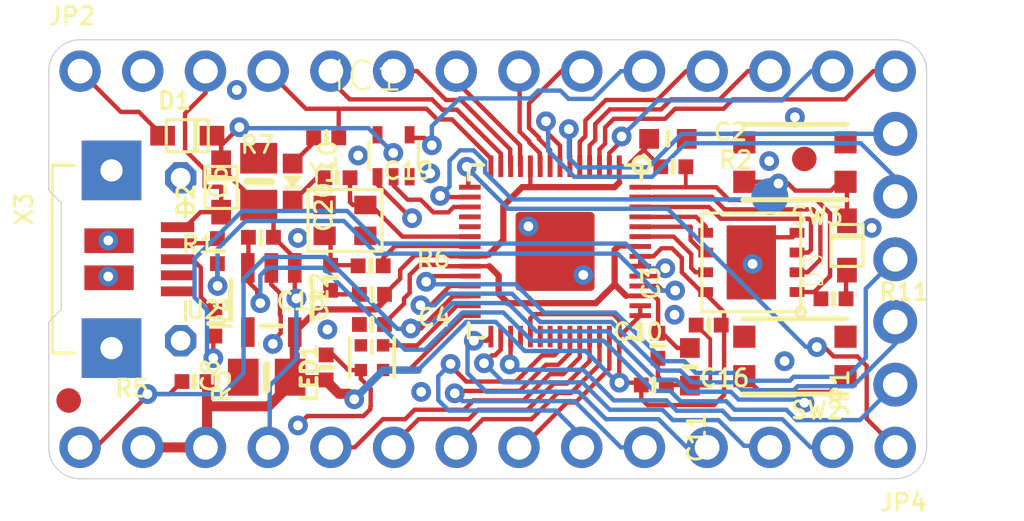
<source format=kicad_pcb>
(kicad_pcb (version 20221018) (generator pcbnew)
  (layers (0 "F.Cu" signal) (1 "In1.Cu" signal) (2 "In2.Cu" signal) (31 "B.Cu" signal) (34 "B.Paste" user) (35 "F.Paste" user) (36 "B.SilkS" user "B.Silkscreen") (37 "F.SilkS" user "F.Silkscreen") (38 "B.Mask" user) (39 "F.Mask" user) (44 "Edge.Cuts" user))
  (net 0 "")
  (net 1 "GND")
  (net 2 "MOSI")
  (net 3 "MISO")
  (net 4 "SCK")
  (net 5 "A3")
  (net 6 "A2")
  (net 7 "A1")
  (net 8 "D13")
  (net 9 "D4")
  (net 10 "+3V3")
  (net 11 "VBUS")
  (net 12 "VBAT")
  (net 13 "N$2")
  (net 14 "D3")
  (net 15 "A0")
  (net 16 "SCL")
  (net 17 "SDA")
  (net 18 "D11")
  (net 19 "D9")
  (net 20 "D5")
  (net 21 "D12")
  (net 22 "D+")
  (net 23 "D-")
  (net 24 "~{RESET}")
  (net 25 "SWCLK")
  (net 26 "SWDIO")
  (net 27 "EN")
  (net 28 "VHI")
  (net 29 "QSPI_DATA[0]")
  (net 30 "QSPI_DATA[1]")
  (net 31 "QSPI_SCK")
  (net 32 "QSPI_CS")
  (net 33 "QSPI_DATA[2]")
  (net 34 "QSPI_DATA[3]")
  (net 35 "D24")
  (net 36 "NEOPIX")
  (net 37 "NEO_PWR")
  (net 38 "1.2V")
  (net 39 "TX")
  (net 40 "RX")
  (net 41 "N$5")
  (net 42 "N$6")
  (net 43 "D25")
  (net 44 "N$7")
  (net 45 "USBBOOT")
  (net 46 "D2")
  (net 47 "D5_5V")
  (net 48 "N$1")
  (net 49 "N$3")
  (net 50 "D10")
  (net 51 "D7")
  (net 52 "N$4")
  (footprint "Adafruit ItsyBitsy RP2040:4UCONN_20329_NARROW" (layer "F.Cu") (at 135.1661 105.0036 -90)
    (fp_text reference "X3")
    (fp_text value "microUSB")
  )
  (footprint "Adafruit ItsyBitsy RP2040:_0402NO" (layer "F.Cu") (at 141.9606 100.0887 180)
    (fp_text reference "R7")
    (fp_text value "1K")
  )
  (footprint "Adafruit ItsyBitsy RP2040:_0402NO" (layer "F.Cu") (at 137.5537 104.6734 -90)
    (fp_text reference "R4")
    (fp_text value "22")
  )
  (footprint "Adafruit ItsyBitsy RP2040:1X14_ROUND70" (layer "F.Cu") (at 148.5011 97.3836)
    (fp_text reference "JP2")
    (fp_text value "")
  )
  (footprint "Adafruit ItsyBitsy RP2040:FIDUCIAL_1MM" (layer "F.Cu") (at 131.5303 110.7243 -90)
    (fp_text reference "U$35" hide)
    (fp_text value "FIDUCIAL_1MM" hide)
  )
  (footprint "Adafruit ItsyBitsy RP2040:SC70-5" (layer "F.Cu") (at 144.6911 100.8126)
    (fp_text reference "IC1")
    (fp_text value "74HCT1G125DBV")
  )
  (footprint "Adafruit ItsyBitsy RP2040:CHIPLED_0603_NOOUTLINE" (layer "F.Cu") (at 140.6036 101.876 180)
    (fp_text reference "L0")
    (fp_text value "RED")
  )
  (footprint "Adafruit ItsyBitsy RP2040:BTN_KMR2_4.6X2.8" (layer "F.Cu") (at 160.9471 101.0666 180)
    (fp_text reference "SW3")
    (fp_text value "KMR2")
  )
  (footprint "Adafruit ItsyBitsy RP2040:_0402NO" (layer "F.Cu") (at 143.8148 107.6452)
    (fp_text reference "C4")
    (fp_text value "0.1uF")
  )
  (footprint "Adafruit ItsyBitsy RP2040:_0402NO" (layer "F.Cu") (at 162.5092 106.6038)
    (fp_text reference "R11")
    (fp_text value "1K")
  )
  (footprint "Adafruit ItsyBitsy RP2040:USON8_4X4" (layer "F.Cu") (at 159.1818 105.1306 180)
    (fp_text reference "U1" hide)
    (fp_text value "GD25x16" hide)
  )
  (footprint "Adafruit ItsyBitsy RP2040:_0402NO" (layer "F.Cu") (at 142.1384 105.7529 90)
    (fp_text reference "C20")
    (fp_text value "22pF")
  )
  (footprint "Adafruit ItsyBitsy RP2040:1X05_ROUND_70" (layer "F.Cu") (at 165.0111 105.0036 90)
    (fp_text reference "JP1")
    (fp_text value "")
  )
  (footprint "Adafruit ItsyBitsy RP2040:_0402NO" (layer "F.Cu") (at 157.4546 107.6706 180)
    (fp_text reference "C10")
    (fp_text value "0.1uF")
  )
  (footprint "Adafruit ItsyBitsy RP2040:_0402NO" (layer "F.Cu") (at 156.0195 101.2571)
    (fp_text reference "R2")
    (fp_text value "10k")
  )
  (footprint "Adafruit ItsyBitsy RP2040:0805-NO" (layer "F.Cu") (at 139.5511 109.7811 180)
    (fp_text reference "C8")
    (fp_text value "10µF")
  )
  (footprint "Adafruit ItsyBitsy RP2040:1X14_ROUND70" (layer "F.Cu") (at 148.5011 112.6236 180)
    (fp_text reference "JP4")
    (fp_text value "")
  )
  (footprint "Adafruit ItsyBitsy RP2040:ITSY2040_TOP" (layer "F.Cu") (at 130.7211 113.8936)
    (fp_text reference "U$4" hide)
    (fp_text value "" hide)
  )
  (footprint "Adafruit ItsyBitsy RP2040:CRYSTAL_2.5X2" (layer "F.Cu") (at 142.7226 103.4288)
    (fp_text reference "Y1")
    (fp_text value "12MHZ")
  )
  (footprint "Adafruit ItsyBitsy RP2040:0805-NO" (layer "F.Cu") (at 139.2282 101.8617 90)
    (fp_text reference "C6")
    (fp_text value "10µF")
  )
  (footprint "Adafruit ItsyBitsy RP2040:_0603MP" (layer "F.Cu") (at 155.8036 100.1268)
    (fp_text reference "C2")
    (fp_text value "1uF")
  )
  (footprint "Adafruit ItsyBitsy RP2040:_0603MP" (layer "F.Cu") (at 156.6926 109.3597 -90)
    (fp_text reference "C11")
    (fp_text value "1uF")
  )
  (footprint "Adafruit ItsyBitsy RP2040:BTN_KMR2_4.6X2.8" (layer "F.Cu") (at 160.9471 108.9406 180)
    (fp_text reference "SW2")
    (fp_text value "KMR2")
  )
  (footprint "Adafruit ItsyBitsy RP2040:SK6805_1515" (layer "F.Cu") (at 143.8148 108.9914 90)
    (fp_text reference "LED1")
    (fp_text value "WS2812B_SK6805_1515")
  )
  (footprint "Adafruit ItsyBitsy RP2040:_0402NO" (layer "F.Cu") (at 155.3972 108.5088 90)
    (fp_text reference "C3")
    (fp_text value "0.1uF")
  )
  (footprint "Adafruit ItsyBitsy RP2040:_0402NO" (layer "F.Cu") (at 142.4178 101.7016)
    (fp_text reference "C19")
    (fp_text value "22pF")
  )
  (footprint "Adafruit ItsyBitsy RP2040:SOD-323F" (layer "F.Cu") (at 136.3345 99.9998)
    (fp_text reference "D1")
    (fp_text value "NSR0320")
  )
  (footprint "Adafruit ItsyBitsy RP2040:_0402NO" (layer "F.Cu") (at 137.4521 107.6071 -90)
    (fp_text reference "R3")
    (fp_text value "22")
  )
  (footprint "Adafruit ItsyBitsy RP2040:FIDUCIAL_1MM" (layer "F.Cu") (at 161.3281 100.9396 -90)
    (fp_text reference "U$34" hide)
    (fp_text value "FIDUCIAL_1MM" hide)
  )
  (footprint "Adafruit ItsyBitsy RP2040:_0402NO" (layer "F.Cu") (at 143.8148 106.426 180)
    (fp_text reference "C13")
    (fp_text value "0.1uF")
  )
  (footprint "Adafruit ItsyBitsy RP2040:SOT23-5" (layer "F.Cu") (at 139.7381 106.6546 180)
    (fp_text reference "U2")
    (fp_text value "AP2112K-3.3")
  )
  (footprint "Adafruit ItsyBitsy RP2040:_0402NO" (layer "F.Cu") (at 155.2321 110.0963)
    (fp_text reference "C16")
    (fp_text value "0.1uF")
  )
  (footprint "Adafruit ItsyBitsy RP2040:_0402NO" (layer "F.Cu") (at 139.319 104.1146 180)
    (fp_text reference "R1")
    (fp_text value "10K")
  )
  (footprint "Adafruit ItsyBitsy RP2040:_0402NO" (layer "F.Cu") (at 143.764 105.2703)
    (fp_text reference "R6")
    (fp_text value "1K")
  )
  (footprint "Adafruit ItsyBitsy RP2040:QFN56_7MM_REDUCEDEPAD" (layer "F.Cu") (at 151.2316 104.6861 -90)
    (fp_text reference "IC3" hide)
    (fp_text value "RP2040_QFN56" hide)
  )
  (footprint "Adafruit ItsyBitsy RP2040:_0402NO" (layer "F.Cu") (at 141.9606 109.3851 90)
    (fp_text reference "C12")
    (fp_text value "0.1uF")
  )
  (footprint "Adafruit ItsyBitsy RP2040:_0402NO" (layer "F.Cu") (at 136.6266 109.9566 180)
    (fp_text reference "R5")
    (fp_text value "10K")
  )
  (footprint "Adafruit ItsyBitsy RP2040:SOD-323F" (layer "F.Cu") (at 163.0553 104.4448 90)
    (fp_text reference "D3")
    (fp_text value "NSR0320")
  )
  (footprint "Adafruit ItsyBitsy RP2040:SOD-323F" (layer "F.Cu") (at 137.7061 102.0953 90)
    (fp_text reference "D2")
    (fp_text value "NSR0320")
  )
  (footprint "Adafruit ItsyBitsy RP2040:ITSY2040_BOT" (layer "B.Cu") (at 166.2811 113.8936 180)
    (fp_text reference "U$5" hide)
    (fp_text value "" hide)
  )
  (footprint "Adafruit ItsyBitsy RP2040:TESTPOINT_ROUND_1.5MM_NO" (layer "B.Cu") (at 159.9311 102.4636 180)
    (fp_text reference "TP1" hide)
    (fp_text value "" hide)
  )
  (gr_line (start 131.2291 107.0356) (end 130.7211 107.5436) (stroke (width 0.05)) (layer "Edge.Cuts"))
  (gr_line (start 131.2291 102.7176) (end 131.2291 107.0356) (stroke (width 0.05)) (layer "Edge.Cuts"))
  (gr_line (start 130.7211 97.3836) (end 130.7211 102.2096) (stroke (width 0.05)) (layer "Edge.Cuts"))
  (gr_arc (start 166.2811 112.6236) (mid 165.909126 113.521626) (end 165.0111 113.8936) (stroke (width 0.05)) (layer "Edge.Cuts"))
  (gr_arc (start 131.9911 113.8936) (mid 131.093074 113.521626) (end 130.7211 112.6236) (stroke (width 0.05)) (layer "Edge.Cuts"))
  (gr_line (start 166.2811 112.6236) (end 166.2811 97.3836) (stroke (width 0.05)) (layer "Edge.Cuts"))
  (gr_line (start 131.9911 113.8936) (end 165.0111 113.8936) (stroke (width 0.05)) (layer "Edge.Cuts"))
  (gr_line (start 165.0111 96.1136) (end 131.9911 96.1136) (stroke (width 0.05)) (layer "Edge.Cuts"))
  (gr_line (start 130.7211 107.5436) (end 130.7211 112.6236) (stroke (width 0.05)) (layer "Edge.Cuts"))
  (gr_line (start 130.7211 102.2096) (end 131.2291 102.7176) (stroke (width 0.05)) (layer "Edge.Cuts"))
  (gr_arc (start 130.7211 97.3836) (mid 131.093074 96.485574) (end 131.9911 96.1136) (stroke (width 0.05)) (layer "Edge.Cuts"))
  (gr_arc (start 165.0111 96.1136) (mid 165.909126 96.485574) (end 166.2811 97.3836) (stroke (width 0.05)) (layer "Edge.Cuts"))
  (segment (start 139.7381 105.3545) (end 139.7381 106.029169) (width 0.1778) (layer "F.Cu") (net 1))
  (segment (start 143.3648 109.4914) (end 143.3648 109.8495) (width 0.1778) (layer "F.Cu") (net 1))
  (segment (start 145.397218 103.3399) (end 145.4404 103.3399) (width 0.1778) (layer "F.Cu") (net 1))
  (segment (start 141.9098 101.7016) (end 141.5796 101.7016) (width 0.1778) (layer "F.Cu") (net 1))
  (segment (start 143.3648 109.8495) (end 143.763406 110.248107) (width 0.1778) (layer "F.Cu") (net 1))
  (segment (start 143.4719 111.3536) (end 141.1986 111.3536) (width 0.1778) (layer "F.Cu") (net 1))
  (segment (start 155.3972 109.7534) (end 155.3972 109.0168) (width 0.1778) (layer "F.Cu") (net 1))
  (segment (start 143.7513 111.0742) (end 143.4719 111.3536) (width 0.1778) (layer "F.Cu") (net 1))
  (segment (start 143.3068 106.426) (end 142.3035 106.426) (width 0.1778) (layer "F.Cu") (net 1))
  (segment (start 142.1384 106.2609) (end 142.3035 106.426) (width 0.1778) (layer "F.Cu") (net 1))
  (segment (start 140.08735 106.378419) (end 140.08735 107.25785) (width 0.1778) (layer "F.Cu") (net 1))
  (segment (start 143.763406 110.248107) (end 143.763406 110.949732) (width 0.1778) (layer "F.Cu") (net 1))
  (segment (start 143.763406 110.949732) (end 143.7513 110.961838) (width 0.1778) (layer "F.Cu") (net 1))
  (segment (start 159.5501 104.1146) (end 159.1818 104.4829) (width 0.1778) (layer "F.Cu") (net 1))
  (segment (start 156.9466 107.6706) (end 157.2451 107.9691) (width 0.1524) (layer "F.Cu") (net 1))
  (segment (start 143.3648 109.4914) (end 142.8568 109.4914) (width 0.1778) (layer "F.Cu") (net 1))
  (segment (start 141.9606 108.8771) (end 142.2425 108.8771) (width 0.1778) (layer "F.Cu") (net 1))
  (segment (start 156.6926 110.1217) (end 156.6672 110.0963) (width 0.1778) (layer "F.Cu") (net 1))
  (segment (start 157.248612 107.9691) (end 157.5181 108.238588) (width 0.1524) (layer "F.Cu") (net 1))
  (segment (start 141.1986 111.3536) (end 140.8176 111.7346) (width 0.1778) (layer "F.Cu") (net 1))
  (segment (start 144.0411 101.6626) (end 144.0411 101.983782) (width 0.1778) (layer "F.Cu") (net 1))
  (segment (start 141.5796 101.7016) (end 140.6552 102.626) (width 0.1778) (layer "F.Cu") (net 1))
  (segment (start 155.7401 110.0963) (end 155.3972 109.7534) (width 0.1778) (layer "F.Cu") (net 1))
  (segment (start 161.0318 103.9306) (end 160.8478 104.1146) (width 0.1778) (layer "F.Cu") (net 1))
  (segment (start 156.6672 110.0963) (end 155.7401 110.0963) (width 0.1778) (layer "F.Cu") (net 1))
  (segment (start 157.2451 107.9691) (end 157.248612 107.9691) (width 0.1524) (layer "F.Cu") (net 1))
  (segment (start 139.8016 108.3056) (end 139.8016 108.4326) (width 0.1778) (layer "F.Cu") (net 1))
  (segment (start 151.4221 104.6861) (end 152.3746 105.6386) (width 0.1778) (layer "F.Cu") (net 1))
  (segment (start 139.7381 106.029169) (end 140.08735 106.378419) (width 0.1778) (layer "F.Cu") (net 1))
  (segment (start 157.5181 110.1217) (end 156.6926 110.1217) (width 0.1524) (layer "F.Cu") (net 1))
  (segment (start 140.6552 102.626) (end 140.6036 102.626) (width 0.1778) (layer "F.Cu") (net 1))
  (segment (start 151.2316 104.6861) (end 151.1681 104.6861) (width 0.1778) (layer "F.Cu") (net 1))
  (segment (start 143.7513 110.961838) (end 143.7513 111.0742) (width 0.1778) (layer "F.Cu") (net 1))
  (segment (start 157.5181 108.238588) (end 157.5181 110.1217) (width 0.1524) (layer "F.Cu") (net 1))
  (segment (start 140.08735 107.25785) (end 140.1191 107.2896) (width 0.1778) (layer "F.Cu") (net 1))
  (segment (start 151.1681 104.6861) (end 150.1521 103.6701) (width 0.1778) (layer "F.Cu") (net 1))
  (segment (start 159.1818 104.4829) (end 159.1818 105.1306) (width 0.1778) (layer "F.Cu") (net 1))
  (segment (start 140.1191 107.2896) (end 140.1191 107.9881) (width 0.1778) (layer "F.Cu") (net 1))
  (segment (start 144.0411 101.983782) (end 145.397218 103.3399) (width 0.1778) (layer "F.Cu") (net 1))
  (segment (start 151.2316 104.6861) (end 151.4221 104.6861) (width 0.1778) (layer "F.Cu") (net 1))
  (segment (start 160.8478 104.1146) (end 159.5501 104.1146) (width 0.1778) (layer "F.Cu") (net 1))
  (segment (start 142.8568 109.4914) (end 142.2425 108.8771) (width 0.1778) (layer "F.Cu") (net 1))
  (segment (start 140.1191 107.9881) (end 139.8016 108.3056) (width 0.1778) (layer "F.Cu") (net 1))
  (via (at 140.8176 104.14) (size 0.8001) (drill 0.3937) (layers "F.Cu" "B.Cu") (net 1))
  (via (at 139.8016 108.4326) (size 0.8001) (drill 0.3937) (layers "F.Cu" "B.Cu") (net 1))
  (via (at 159.2326 105.1941) (size 0.8001) (drill 0.3937) (layers "F.Cu" "B.Cu") (net 1))
  (via (at 145.4404 103.3399) (size 0.8001) (drill 0.3937) (layers "F.Cu" "B.Cu") (net 1))
  (via (at 145.8087 110.3757) (size 0.8001) (drill 0.3937) (layers "F.Cu" "B.Cu") (net 1))
  (via (at 133.1341 104.2416) (size 0.8001) (drill 0.3937) (layers "F.Cu" "B.Cu") (net 1))
  (via (at 160.9471 99.2505) (size 0.8001) (drill 0.3937) (layers "F.Cu" "B.Cu") (net 1))
  (via (at 140.8176 111.7346) (size 0.8001) (drill 0.3937) (layers "F.Cu" "B.Cu") (net 1))
  (via (at 156.0703 107.2515) (size 0.8001) (drill 0.3937) (layers "F.Cu" "B.Cu") (net 1))
  (via (at 152.3746 105.6386) (size 0.8001) (drill 0.3937) (layers "F.Cu" "B.Cu") (net 1))
  (via (at 143.256 100.7999) (size 0.8001) (drill 0.3937) (layers "F.Cu" "B.Cu") (net 1))
  (via (at 138.3411 98.1456) (size 0.8001) (drill 0.3937) (layers "F.Cu" "B.Cu") (net 1))
  (via (at 164.0586 103.7336) (size 0.8001) (drill 0.3937) (layers "F.Cu" "B.Cu") (net 1))
  (via (at 146.177 101.5238) (size 0.8001) (drill 0.3937) (layers "F.Cu" "B.Cu") (net 1))
  (via (at 142.0114 107.8484) (size 0.8001) (drill 0.3937) (layers "F.Cu" "B.Cu") (net 1))
  (via (at 133.1341 105.7021) (size 0.8001) (drill 0.3937) (layers "F.Cu" "B.Cu") (net 1))
  (via (at 159.9057 101.0285) (size 0.8001) (drill 0.3937) (layers "F.Cu" "B.Cu") (net 1))
  (via (at 150.1521 103.6701) (size 0.8001) (drill 0.3937) (layers "F.Cu" "B.Cu") (net 1))
  (via (at 160.528 109.1311) (size 0.8001) (drill 0.3937) (layers "F.Cu" "B.Cu") (net 1))
  (segment (start 149.0316 108.1361) (end 149.0316 108.66345) (width 0.1778) (layer "F.Cu") (net 2))
  (segment (start 148.6706 108.89745) (end 148.3531 109.21495) (width 0.1778) (layer "F.Cu") (net 2))
  (segment (start 148.7976 108.89745) (end 148.6706 108.89745) (width 0.1778) (layer "F.Cu") (net 2))
  (segment (start 149.0316 108.66345) (end 148.7976 108.89745) (width 0.1778) (layer "F.Cu") (net 2))
  (via (at 148.3531 109.21495) (size 0.8001) (drill 0.3937) (layers "F.Cu" "B.Cu") (net 2))
  (segment (start 155.580418 111.0996) (end 155.999518 111.5187) (width 0.1778) (layer "B.Cu") (net 2))
  (segment (start 149.1361 109.98835) (end 152.340987 109.98835) (width 0.1778) (layer "B.Cu") (net 2))
  (segment (start 148.3531 109.21495) (end 148.362696 109.21495) (width 0.1778) (layer "B.Cu") (net 2))
  (segment (start 159.9311 112.5601) (end 159.9311 112.6236) (width 0.1778) (layer "B.Cu") (net 2))
  (segment (start 149.1361 109.98835) (end 148.362696 109.21495) (width 0.1778) (layer "B.Cu") (net 2))
  (segment (start 152.340987 109.98835) (end 153.452237 111.0996) (width 0.1778) (layer "B.Cu") (net 2))
  (segment (start 153.452237 111.0996) (end 155.580418 111.0996) (width 0.1778) (layer "B.Cu") (net 2))
  (segment (start 157.848768 111.5187) (end 158.890168 112.5601) (width 0.1778) (layer "B.Cu") (net 2))
  (segment (start 155.999518 111.5187) (end 157.848768 111.5187) (width 0.1778) (layer "B.Cu") (net 2))
  (segment (start 158.890168 112.5601) (end 159.9311 112.5601) (width 0.1778) (layer "B.Cu") (net 2))
  (segment (start 149.4316 108.7076) (end 149.428265 108.710935) (width 0.1778) (layer "F.Cu") (net 3))
  (segment (start 149.4316 108.1361) (end 149.4316 108.7076) (width 0.1778) (layer "F.Cu") (net 3))
  (segment (start 149.3945 109.263269) (end 149.428265 109.229504) (width 0.1778) (layer "F.Cu") (net 3))
  (segment (start 149.428265 108.710935) (end 149.428265 109.229504) (width 0.1778) (layer "F.Cu") (net 3))
  (via (at 149.3945 109.263269) (size 0.8001) (drill 0.3937) (layers "F.Cu" "B.Cu") (net 3))
  (segment (start 156.157337 111.1377) (end 158.006587 111.1377) (width 0.1778) (layer "B.Cu") (net 3))
  (segment (start 149.611581 109.48035) (end 149.3945 109.263269) (width 0.1778) (layer "B.Cu") (net 3))
  (segment (start 152.371806 109.48035) (end 149.611581 109.48035) (width 0.1778) (layer "B.Cu") (net 3))
  (segment (start 161.5821 112.6236) (end 160.4391 111.4806) (width 0.1778) (layer "B.Cu") (net 3))
  (segment (start 161.5821 112.6236) (end 162.4711 112.6236) (width 0.1778) (layer "B.Cu") (net 3))
  (segment (start 158.006587 111.1377) (end 158.349487 111.4806) (width 0.1778) (layer "B.Cu") (net 3))
  (segment (start 155.738237 110.7186) (end 156.157337 111.1377) (width 0.1778) (layer "B.Cu") (net 3))
  (segment (start 158.349487 111.4806) (end 160.4391 111.4806) (width 0.1778) (layer "B.Cu") (net 3))
  (segment (start 153.610056 110.7186) (end 155.738237 110.7186) (width 0.1778) (layer "B.Cu") (net 3))
  (segment (start 152.371806 109.48035) (end 153.610056 110.7186) (width 0.1778) (layer "B.Cu") (net 3))
  (segment (start 148.4621 108.3056) (end 147.94035 108.3056) (width 0.1778) (layer "F.Cu") (net 4))
  (segment (start 148.6316 108.1361) (end 148.4621 108.3056) (width 0.1778) (layer "F.Cu") (net 4))
  (via (at 147.94035 108.3056) (size 0.8001) (drill 0.3937) (layers "F.Cu" "B.Cu") (net 4))
  (segment (start 147.68635 108.5596) (end 147.94035 108.3056) (width 0.1778) (layer "B.Cu") (net 4))
  (segment (start 156.5656 112.6236) (end 157.3911 112.6236) (width 0.1778) (layer "B.Cu") (net 4))
  (segment (start 147.68635 109.6181) (end 147.68635 108.5596) (width 0.1778) (layer "B.Cu") (net 4))
  (segment (start 148.4376 110.36935) (end 152.183168 110.36935) (width 0.1778) (layer "B.Cu") (net 4))
  (segment (start 156.5656 112.6236) (end 155.4226 111.4806) (width 0.1778) (layer "B.Cu") (net 4))
  (segment (start 153.294418 111.4806) (end 155.4226 111.4806) (width 0.1778) (layer "B.Cu") (net 4))
  (segment (start 152.183168 110.36935) (end 153.294418 111.4806) (width 0.1778) (layer "B.Cu") (net 4))
  (segment (start 147.68635 109.6181) (end 148.4376 110.36935) (width 0.1778) (layer "B.Cu") (net 4))
  (segment (start 153.4316 108.1361) (end 153.431596 108.136104) (width 0.1778) (layer "F.Cu") (net 5))
  (segment (start 151.7186 110.8031) (end 149.8981 112.6236) (width 0.1778) (layer "F.Cu") (net 5))
  (segment (start 153.431596 109.438004) (end 152.0665 110.8031) (width 0.1778) (layer "F.Cu") (net 5))
  (segment (start 149.8981 112.6236) (end 149.7711 112.6236) (width 0.1778) (layer "F.Cu") (net 5))
  (segment (start 153.431596 108.3056) (end 153.431596 109.438004) (width 0.1778) (layer "F.Cu") (net 5))
  (segment (start 153.431596 108.136104) (end 153.431596 108.3056) (width 0.1778) (layer "F.Cu") (net 5))
  (segment (start 152.0665 110.8031) (end 151.7186 110.8031) (width 0.1778) (layer "F.Cu") (net 5))
  (segment (start 148.3106 111.4806) (end 150.277237 111.4806) (width 0.1778) (layer "F.Cu") (net 6))
  (segment (start 148.3106 111.4806) (end 147.3581 112.4331) (width 0.1778) (layer "F.Cu") (net 6))
  (segment (start 147.2311 112.6236) (end 147.3581 112.4966) (width 0.1778) (layer "F.Cu") (net 6))
  (segment (start 151.335737 110.4221) (end 151.874137 110.4221) (width 0.1778) (layer "F.Cu") (net 6))
  (segment (start 150.277237 111.4806) (end 151.335737 110.4221) (width 0.1778) (layer "F.Cu") (net 6))
  (segment (start 147.3581 112.4331) (end 147.3581 112.4966) (width 0.1778) (layer "F.Cu") (net 6))
  (segment (start 151.874137 110.4221) (end 153.0316 109.264638) (width 0.1778) (layer "F.Cu") (net 6))
  (segment (start 153.0316 109.264638) (end 153.0316 108.1361) (width 0.1778) (layer "F.Cu") (net 6))
  (segment (start 148.1201 111.0996) (end 150.119418 111.0996) (width 0.1778) (layer "F.Cu") (net 7))
  (segment (start 148.1201 111.0996) (end 147.7391 111.4806) (width 0.1778) (layer "F.Cu") (net 7))
  (segment (start 150.119418 111.0996) (end 151.177918 110.0411) (width 0.1778) (layer "F.Cu") (net 7))
  (segment (start 152.6316 108.1361) (end 152.6316 109.125819) (width 0.1778) (layer "F.Cu") (net 7))
  (segment (start 144.6911 112.6236) (end 144.8181 112.4966) (width 0.1778) (layer "F.Cu") (net 7))
  (segment (start 147.7391 111.4806) (end 145.7071 111.4806) (width 0.1778) (layer "F.Cu") (net 7))
  (segment (start 145.7071 111.4806) (end 144.8181 112.3696) (width 0.1778) (layer "F.Cu") (net 7))
  (segment (start 152.6316 109.125819) (end 151.716318 110.0411) (width 0.1778) (layer "F.Cu") (net 7))
  (segment (start 151.177918 110.0411) (end 151.716318 110.0411) (width 0.1778) (layer "F.Cu") (net 7))
  (segment (start 144.8181 112.3696) (end 144.8181 112.4966) (width 0.1778) (layer "F.Cu") (net 7))
  (segment (start 139.6111 97.3836) (end 141.1351 98.9076) (width 0.1778) (layer "F.Cu") (net 8))
  (segment (start 141.1351 98.9076) (end 141.8336 98.9076) (width 0.1778) (layer "F.Cu") (net 8))
  (segment (start 146.4564 99.3394) (end 146.0246 98.9076) (width 0.1778) (layer "F.Cu") (net 8))
  (segment (start 147.0524 99.3394) (end 146.4564 99.3394) (width 0.1778) (layer "F.Cu") (net 8))
  (segment (start 148.6316 100.9186) (end 148.6316 101.2361) (width 0.1778) (layer "F.Cu") (net 8))
  (segment (start 141.9606 98.9076) (end 142.4686 98.9076) (width 0.1778) (layer "F.Cu") (net 8))
  (segment (start 142.4686 100.0887) (end 142.4686 98.9076) (width 0.1778) (layer "F.Cu") (net 8))
  (segment (start 146.0246 98.9076) (end 142.4686 98.9076) (width 0.1778) (layer "F.Cu") (net 8))
  (segment (start 148.6316 100.9186) (end 147.0524 99.3394) (width 0.1778) (layer "F.Cu") (net 8))
  (segment (start 141.8336 98.9076) (end 141.9606 98.9076) (width 0.1778) (layer "F.Cu") (net 8))
  (segment (start 151.8316 99.7743) (end 151.7904 99.7331) (width 0.1778) (layer "F.Cu") (net 9))
  (segment (start 151.8316 101.2361) (end 151.8316 99.7743) (width 0.1778) (layer "F.Cu") (net 9))
  (via (at 151.7904 99.7331) (size 0.8001) (drill 0.3937) (layers "F.Cu" "B.Cu") (net 9))
  (segment (start 151.7904 99.7331) (end 151.7904 100.901838) (width 0.1778) (layer "B.Cu") (net 9))
  (segment (start 165.0111 99.9236) (end 156.362737 99.9236) (width 0.1778) (layer "B.Cu") (net 9))
  (segment (start 152.1714 101.282838) (end 155.0035 101.282838) (width 0.1778) (layer "B.Cu") (net 9))
  (segment (start 152.1714 101.282838) (end 151.7904 100.901838) (width 0.1778) (layer "B.Cu") (net 9))
  (segment (start 156.362737 99.9236) (end 155.0035 101.282838) (width 0.1778) (layer "B.Cu") (net 9))
  (segment (start 154.62885 110.00105) (end 153.840437 110.00105) (width 0.1778) (layer "F.Cu") (net 10))
  (segment (start 148.5118 104.8163) (end 148.543868 104.8163) (width 0.1778) (layer "F.Cu") (net 10))
  (segment (start 140.5011 109.7811) (end 140.5011 110.0826) (width 0.254) (layer "F.Cu") (net 10))
  (segment (start 154.6816 104.8861) (end 155.215 104.8861) (width 0.1778) (layer "F.Cu") (net 10))
  (segment (start 144.3228 106.426) (end 144.3228 106.6673) (width 0.254) (layer "F.Cu") (net 10))
  (segment (start 150.2316 108.1361) (end 150.2316 107.4006) (width 0.1778) (layer "F.Cu") (net 10))
  (segment (start 143.9545 107.0356) (end 141.6072 107.0356) (width 0.254) (layer "F.Cu") (net 10))
  (segment (start 140.5011 109.7811) (end 140.6201 109.9001) (width 0.254) (layer "F.Cu") (net 10))
  (segment (start 140.5011 109.7811) (end 140.5011 109.7026) (width 0.1778) (layer "F.Cu") (net 10))
  (segment (start 158.0788 107.1538) (end 157.3318 106.4068) (width 0.1778) (layer "F.Cu") (net 10))
  (segment (start 154.8765 100.2919) (end 155.0416 100.1268) (width 0.1778) (layer "F.Cu") (net 10))
  (segment (start 153.8316 101.2361) (end 154.1491 101.2361) (width 0.1778) (layer "F.Cu") (net 10))
  (segment (start 154.7241 110.0963) (end 154.7241 110.6551) (width 0.1778) (layer "F.Cu") (net 10))
  (segment (start 150.2316 101.2361) (end 150.2316 102.0793) (width 0.1778) (layer "F.Cu") (net 10))
  (segment (start 153.8316 101.2361) (end 153.8316 101.8956) (width 0.1778) (layer "F.Cu") (net 10))
  (segment (start 157.988 107.6452) (end 158.0788 107.6452) (width 0.1524) (layer "F.Cu") (net 10))
  (segment (start 147.7816 104.8861) (end 146.9866 104.8861) (width 0.1778) (layer "F.Cu") (net 10))
  (segment (start 158.0788 107.6452) (end 158.0788 110.5008) (width 0.1778) (layer "F.Cu") (net 10))
  (segment (start 155.5115 101.2571) (end 154.8765 100.6221) (width 0.1524) (layer "F.Cu") (net 10))
  (segment (start 158.0788 107.1538) (end 158.0788 107.6452) (width 0.1778) (layer "F.Cu") (net 10))
  (segment (start 140.5011 110.0826) (end 139.6238 110.9599) (width 0.4064) (layer "F.Cu") (net 10))
  (segment (start 153.5811 107.2261) (end 153.8316 107.4766) (width 0.1778) (layer "F.Cu") (net 10))
  (segment (start 154.8765 100.6221) (end 154.8765 100.2919) (width 0.1778) (layer "F.Cu") (net 10))
  (segment (start 142.481303 110.451897) (end 141.9606 109.931194) (width 0.4064) (layer "F.Cu") (net 10))
  (segment (start 145.544368 104.8481) (end 144.9578 105.434669) (width 0.1778) (layer "F.Cu") (net 10))
  (segment (start 150.2316 107.4006) (end 150.4061 107.2261) (width 0.1778) (layer "F.Cu") (net 10))
  (segment (start 141.6072 107.0356) (end 140.6881 107.9547) (width 0.254) (layer "F.Cu") (net 10))
  (segment (start 154.7241 110.6551) (end 154.9781 110.9091) (width 0.1778) (layer "F.Cu") (net 10))
  (segment (start 157.3318 106.3306) (end 157.1667 106.3306) (width 0.1778) (layer "F.Cu") (net 10))
  (segment (start 141.9606 109.8931) (end 141.9606 109.931194) (width 0.254) (layer "F.Cu") (net 10))
  (segment (start 153.8316 107.4766) (end 153.8316 108.1361) (width 0.1778) (layer "F.Cu") (net 10))
  (segment (start 149.8981 102.0826) (end 150.2283 102.0826) (width 0.254) (layer "F.Cu") (net 10))
  (segment (start 149.1361 104.224069) (end 149.1361 102.8446) (width 0.254) (layer "F.Cu") (net 10))
  (segment (start 155.0416 100.1268) (end 155.0416 100.3436) (width 0.1778) (layer "F.Cu") (net 10))
  (segment (start 149.1361 102.8446) (end 149.8981 102.0826) (width 0.254) (layer "F.Cu") (net 10))
  (segment (start 143.096653 110.673554) (end 142.874996 110.451897) (width 0.4064) (layer "F.Cu") (net 10))
  (segment (start 150.4061 107.2261) (end 153.5811 107.2261) (width 0.1778) (layer "F.Cu") (net 10))
  (segment (start 157.1667 106.3306) (end 156.3666 105.5305) (width 0.1778) (layer "F.Cu") (net 10))
  (segment (start 147.7816 104.8861) (end 148.442 104.8861) (width 0.1778) (layer "F.Cu") (net 10))
  (segment (start 144.3228 106.6673) (end 143.9545 107.0356) (width 0.254) (layer "F.Cu") (net 10))
  (segment (start 150.2316 102.0793) (end 150.2283 102.0826) (width 0.1778) (layer "F.Cu") (net 10))
  (segment (start 154.9781 110.9091) (end 157.6705 110.9091) (width 0.1778) (layer "F.Cu") (net 10))
  (segment (start 141.9606 109.8931) (end 140.6271 109.8931) (width 0.4064) (layer "F.Cu") (net 10))
  (segment (start 137.1346 109.9566) (end 137.1346 110.9599) (width 0.4064) (layer "F.Cu") (net 10))
  (segment (start 153.8316 108.1361) (end 153.8316 109.992213) (width 0.1778) (layer "F.Cu") (net 10))
  (segment (start 154.1491 101.2361) (end 155.0416 100.3436) (width 0.1778) (layer "F.Cu") (net 10))
  (segment (start 156.3666 104.955469) (end 155.970231 104.5591) (width 0.1778) (layer "F.Cu") (net 10))
  (segment (start 137.1346 110.9599) (end 137.1346 112.5601) (width 0.4064) (layer "F.Cu") (net 10))
  (segment (start 144.9578 105.791) (end 144.3228 106.426) (width 0.1778) (layer "F.Cu") (net 10))
  (segment (start 153.8316 108.1361) (end 154.6816 107.2861) (width 0.1778) (layer "F.Cu") (net 10))
  (segment (start 148.543868 104.8163) (end 149.1361 104.224069) (width 0.254) (layer "F.Cu") (net 10))
  (segment (start 146.9866 104.8861) (end 146.9486 104.8481) (width 0.1778) (layer "F.Cu") (net 10))
  (segment (start 156.3666 104.955469) (end 156.3666 105.5305) (width 0.1778) (layer "F.Cu") (net 10))
  (segment (start 154.7241 110.0963) (end 154.62885 110.00105) (width 0.1778) (layer "F.Cu") (net 10))
  (segment (start 153.8316 101.8956) (end 153.6446 102.0826) (width 0.254) (layer "F.Cu") (net 10))
  (segment (start 140.6881 107.9547) (end 140.6881 109.7001) (width 0.4064) (layer "F.Cu") (net 10))
  (segment (start 140.6906 109.7026) (end 140.5011 109.7026) (width 0.1778) (layer "F.Cu") (net 10))
  (segment (start 146.9486 104.8481) (end 145.544368 104.8481) (width 0.1778) (layer "F.Cu") (net 10))
  (segment (start 144.9578 105.434669) (end 144.9578 105.791) (width 0.1778) (layer "F.Cu") (net 10))
  (segment (start 137.0711 112.6236) (end 134.5311 112.6236) (width 0.4064) (layer "F.Cu") (net 10))
  (segment (start 142.874996 110.451897) (end 142.481303 110.451897) (width 0.4064) (layer "F.Cu") (net 10))
  (segment (start 150.2283 102.0826) (end 153.6446 102.0826) (width 0.254) (layer "F.Cu") (net 10))
  (segment (start 140.6271 109.8931) (end 140.6201 109.9001) (width 0.1778) (layer "F.Cu") (net 10))
  (segment (start 157.3318 106.3306) (end 157.3318 106.4068) (width 0.1778) (layer "F.Cu") (net 10))
  (segment (start 140.6881 109.7001) (end 140.6906 109.7026) (width 0.1778) (layer "F.Cu") (net 10))
  (segment (start 148.5118 104.8163) (end 148.442 104.8861) (width 0.1778) (layer "F.Cu") (net 10))
  (segment (start 139.6238 110.9599) (end 137.1346 110.9599) (width 0.4064) (layer "F.Cu") (net 10))
  (segment (start 154.6816 104.8861) (end 154.6816 105.2861) (width 0.1778) (layer "F.Cu") (net 10))
  (segment (start 153.8316 109.992213) (end 153.840437 110.00105) (width 0.1778) (layer "F.Cu") (net 10))
  (segment (start 137.1346 112.5601) (end 137.0711 112.6236) (width 0.254) (layer "F.Cu") (net 10))
  (segment (start 157.6705 110.9091) (end 158.0788 110.5008) (width 0.1778) (layer "F.Cu") (net 10))
  (segment (start 157.9626 107.6706) (end 157.988 107.6452) (width 0.1524) (layer "F.Cu") (net 10))
  (segment (start 155.542 104.5591) (end 155.215 104.8861) (width 0.1778) (layer "F.Cu") (net 10))
  (segment (start 155.970231 104.5591) (end 155.542 104.5591) (width 0.1778) (layer "F.Cu") (net 10))
  (segment (start 154.6816 106.8861) (end 154.6816 107.2861) (width 0.1778) (layer "F.Cu") (net 10))
  (via (at 143.096653 110.673554) (size 0.8001) (drill 0.3937) (layers "F.Cu" "B.Cu") (net 10))
  (via (at 153.840437 110.00105) (size 0.8001) (drill 0.3937) (layers "F.Cu" "B.Cu") (net 10))
  (segment (start 144.277753 109.492454) (end 143.096653 110.673554) (width 0.3048) (layer "B.Cu") (net 10))
  (segment (start 148.824918 107.54035) (end 147.636518 107.54035) (width 0.1778) (layer "B.Cu") (net 10))
  (segment (start 147.636518 107.54035) (end 145.684415 109.492454) (width 0.1778) (layer "B.Cu") (net 10))
  (segment (start 153.751537 110.00105) (end 152.468837 108.71835) (width 0.1778) (layer "B.Cu") (net 10))
  (segment (start 150.002918 108.71835) (end 148.824918 107.54035) (width 0.1778) (layer "B.Cu") (net 10))
  (segment (start 153.840437 110.00105) (end 153.751537 110.00105) (width 0.1778) (layer "B.Cu") (net 10))
  (segment (start 145.684415 109.492454) (end 144.277753 109.492454) (width 0.3048) (layer "B.Cu") (net 10))
  (segment (start 152.468837 108.71835) (end 150.002918 108.71835) (width 0.1778) (layer "B.Cu") (net 10))
  (segment (start 137.0394 101.374832) (end 137.0394 102.0666) (width 0.1778) (layer "F.Cu") (net 11))
  (segment (start 136.2596 103.7036) (end 135.9411 103.7036) (width 0.1778) (layer "F.Cu") (net 11))
  (segment (start 137.7061 102.0666) (end 137.0394 102.0666) (width 0.1778) (layer "F.Cu") (net 11))
  (segment (start 136.2456 99.0981) (end 136.2456 100.581032) (width 0.1778) (layer "F.Cu") (net 11))
  (segment (start 136.8679 103.0953) (end 136.2596 103.7036) (width 0.1778) (layer "F.Cu") (net 11))
  (segment (start 136.2456 100.581032) (end 137.0394 101.374832) (width 0.1778) (layer "F.Cu") (net 11))
  (segment (start 137.0711 97.3836) (end 137.0711 98.2726) (width 0.1778) (layer "F.Cu") (net 11))
  (segment (start 137.7061 103.0953) (end 136.8679 103.0953) (width 0.1778) (layer "F.Cu") (net 11))
  (segment (start 137.7061 103.0953) (end 137.7061 102.0666) (width 0.1778) (layer "F.Cu") (net 11))
  (segment (start 137.0711 98.2726) (end 136.2456 99.0981) (width 0.1778) (layer "F.Cu") (net 11))
  (segment (start 134.3693 99.0346) (end 135.3345 99.9998) (width 0.1778) (layer "F.Cu") (net 12))
  (segment (start 133.6421 99.0346) (end 134.3693 99.0346) (width 0.1778) (layer "F.Cu") (net 12))
  (segment (start 131.9911 97.3836) (end 133.6421 99.0346) (width 0.1778) (layer "F.Cu") (net 12))
  (segment (start 141.4526 100.277) (end 140.6036 101.126) (width 0.1778) (layer "F.Cu") (net 13))
  (segment (start 141.4526 100.0887) (end 141.4526 100.277) (width 0.1778) (layer "F.Cu") (net 13))
  (segment (start 150.949 99.501638) (end 150.949 99.9153) (width 0.1778) (layer "F.Cu") (net 14))
  (segment (start 150.949 99.501638) (end 150.8633 99.415938) (width 0.1778) (layer "F.Cu") (net 14))
  (segment (start 151.4316 101.2361) (end 151.4316 100.3979) (width 0.1778) (layer "F.Cu") (net 14))
  (segment (start 151.4316 100.3979) (end 150.949 99.9153) (width 0.1778) (layer "F.Cu") (net 14))
  (via (at 150.8633 99.415938) (size 0.8001) (drill 0.3937) (layers "F.Cu" "B.Cu") (net 14))
  (segment (start 150.9522 100.602457) (end 152.013581 101.663838) (width 0.1778) (layer "B.Cu") (net 14))
  (segment (start 156.520556 100.3046) (end 163.6141 100.3046) (width 0.1778) (layer "B.Cu") (net 14))
  (segment (start 165.0111 102.4636) (end 165.0111 101.7016) (width 0.1778) (layer "B.Cu") (net 14))
  (segment (start 150.9522 99.504838) (end 150.9522 100.602457) (width 0.1778) (layer "B.Cu") (net 14))
  (segment (start 150.8633 99.415938) (end 150.9522 99.504838) (width 0.1778) (layer "B.Cu") (net 14))
  (segment (start 152.013581 101.663838) (end 155.161318 101.663838) (width 0.1778) (layer "B.Cu") (net 14))
  (segment (start 163.6141 100.3046) (end 165.0111 101.7016) (width 0.1778) (layer "B.Cu") (net 14))
  (segment (start 155.161318 101.663838) (end 156.520556 100.3046) (width 0.1778) (layer "B.Cu") (net 14))
  (segment (start 145.161 111.4806) (end 144.2593 111.4806) (width 0.1778) (layer "F.Cu") (net 15))
  (segment (start 147.9296 110.7186) (end 147.5486 111.0996) (width 0.1778) (layer "F.Cu") (net 15))
  (segment (start 142.1511 112.6236) (end 143.1163 112.6236) (width 0.1778) (layer "F.Cu") (net 15))
  (segment (start 147.9296 110.7186) (end 149.9616 110.7186) (width 0.1778) (layer "F.Cu") (net 15))
  (segment (start 152.2316 108.1361) (end 152.2316 108.987) (width 0.1778) (layer "F.Cu") (net 15))
  (segment (start 151.5585 109.6601) (end 151.0201 109.6601) (width 0.1778) (layer "F.Cu") (net 15))
  (segment (start 144.2593 111.4806) (end 143.1163 112.6236) (width 0.1778) (layer "F.Cu") (net 15))
  (segment (start 151.0201 109.6601) (end 149.9616 110.7186) (width 0.1778) (layer "F.Cu") (net 15))
  (segment (start 145.542 111.0996) (end 145.161 111.4806) (width 0.1778) (layer "F.Cu") (net 15))
  (segment (start 147.5486 111.0996) (end 145.542 111.0996) (width 0.1778) (layer "F.Cu") (net 15))
  (segment (start 152.2316 108.987) (end 151.5585 109.6601) (width 0.1778) (layer "F.Cu") (net 15))
  (segment (start 152.4602 100.0169) (end 152.2316 100.2455) (width 0.1778) (layer "F.Cu") (net 16))
  (segment (start 152.2316 101.2361) (end 152.2316 100.2455) (width 0.1778) (layer "F.Cu") (net 16))
  (segment (start 153.289 98.552) (end 155.372268 98.552) (width 0.1778) (layer "F.Cu") (net 16))
  (segment (start 156.540668 97.3836) (end 157.3911 97.3836) (width 0.1778) (layer "F.Cu") (net 16))
  (segment (start 155.372268 98.552) (end 156.540668 97.3836) (width 0.1778) (layer "F.Cu") (net 16))
  (segment (start 152.4602 99.3808) (end 153.289 98.552) (width 0.1778) (layer "F.Cu") (net 16))
  (segment (start 152.4602 99.3808) (end 152.4602 100.0169) (width 0.1778) (layer "F.Cu") (net 16))
  (segment (start 152.6316 101.2361) (end 152.6316 100.3979) (width 0.1778) (layer "F.Cu") (net 17))
  (segment (start 155.530087 98.933) (end 155.936487 98.5266) (width 0.1778) (layer "F.Cu") (net 17))
  (segment (start 152.8602 99.5269) (end 152.8602 100.1693) (width 0.1778) (layer "F.Cu") (net 17))
  (segment (start 157.8991 98.5266) (end 159.0421 97.3836) (width 0.1778) (layer "F.Cu") (net 17))
  (segment (start 152.8602 100.1693) (end 152.6316 100.3979) (width 0.1778) (layer "F.Cu") (net 17))
  (segment (start 153.4541 98.933) (end 155.530087 98.933) (width 0.1778) (layer "F.Cu") (net 17))
  (segment (start 152.8602 99.5269) (end 153.4541 98.933) (width 0.1778) (layer "F.Cu") (net 17))
  (segment (start 159.0421 97.3836) (end 159.9311 97.3836) (width 0.1778) (layer "F.Cu") (net 17))
  (segment (start 155.936487 98.5266) (end 157.8991 98.5266) (width 0.1778) (layer "F.Cu") (net 17))
  (segment (start 149.4316 101.2361) (end 149.414462 101.218963) (width 0.1778) (layer "F.Cu") (net 18))
  (segment (start 145.6436 97.3836) (end 144.6911 97.3836) (width 0.1778) (layer "F.Cu") (net 18))
  (segment (start 146.812 98.552) (end 147.41555 98.552) (width 0.1778) (layer "F.Cu") (net 18))
  (segment (start 146.812 98.552) (end 145.6436 97.3836) (width 0.1778) (layer "F.Cu") (net 18))
  (segment (start 149.414462 101.218963) (end 149.414462 100.550913) (width 0.1778) (layer "F.Cu") (net 18))
  (segment (start 149.414462 100.550913) (end 147.41555 98.552) (width 0.1778) (layer "F.Cu") (net 18))
  (segment (start 149.7711 97.3836) (end 149.7965 97.409) (width 0.1778) (layer "F.Cu") (net 19))
  (segment (start 150.5983 100.688132) (end 150.5983 100.6967) (width 0.1778) (layer "F.Cu") (net 19))
  (segment (start 150.6316 101.2361) (end 150.6126 101.2171) (width 0.1778) (layer "F.Cu") (net 19))
  (segment (start 150.5983 100.6967) (end 150.6126 100.711) (width 0.1778) (layer "F.Cu") (net 19))
  (segment (start 150.1936 100.228875) (end 150.1936 100.283432) (width 0.1778) (layer "F.Cu") (net 19))
  (segment (start 150.1936 100.228875) (end 149.7965 99.831775) (width 0.1778) (layer "F.Cu") (net 19))
  (segment (start 149.7965 97.409) (end 149.7965 99.831775) (width 0.1778) (layer "F.Cu") (net 19))
  (segment (start 150.1936 100.283432) (end 150.5983 100.688132) (width 0.1778) (layer "F.Cu") (net 19))
  (segment (start 150.6126 101.2171) (end 150.6126 100.711) (width 0.1778) (layer "F.Cu") (net 19))
  (segment (start 146.908212 103.103988) (end 147.1261 102.8861) (width 0.1778) (layer "F.Cu") (net 20))
  (segment (start 145.2626 102.5906) (end 144.6911 102.0191) (width 0.1778) (layer "F.Cu") (net 20))
  (segment (start 144.6911 102.0191) (end 144.6911 101.6626) (width 0.1778) (layer "F.Cu") (net 20))
  (segment (start 145.786181 102.5906) (end 146.299568 103.103988) (width 0.1778) (layer "F.Cu") (net 20))
  (segment (start 147.1261 102.8861) (end 147.7816 102.8861) (width 0.1778) (layer "F.Cu") (net 20))
  (segment (start 145.2626 102.5906) (end 145.786181 102.5906) (width 0.1778) (layer "F.Cu") (net 20))
  (segment (start 146.299568 103.103988) (end 146.908212 103.103988) (width 0.1778) (layer "F.Cu") (net 20))
  (segment (start 148.9983 100.6903) (end 149.0316 100.7236) (width 0.1778) (layer "F.Cu") (net 21))
  (segment (start 149.0316 100.7236) (end 149.0316 101.2361) (width 0.1778) (layer "F.Cu") (net 21))
  (segment (start 147.255868 98.9457) (end 146.665018 98.9457) (width 0.1778) (layer "F.Cu") (net 21))
  (segment (start 142.1511 97.3836) (end 142.1511 97.7646) (width 0.1778) (layer "F.Cu") (net 21))
  (segment (start 142.9131 98.5266) (end 146.245918 98.5266) (width 0.1778) (layer "F.Cu") (net 21))
  (segment (start 148.9983 100.6903) (end 148.9983 100.688132) (width 0.1778) (layer "F.Cu") (net 21))
  (segment (start 142.1511 97.7646) (end 142.9131 98.5266) (width 0.1778) (layer "F.Cu") (net 21))
  (segment (start 146.245918 98.5266) (end 146.665018 98.9457) (width 0.1778) (layer "F.Cu") (net 21))
  (segment (start 148.9983 100.688132) (end 147.255868 98.9457) (width 0.1778) (layer "F.Cu") (net 21))
  (segment (start 155.3797 105.6861) (end 154.6816 105.6861) (width 0.1778) (layer "F.Cu") (net 22))
  (segment (start 137.3886 108.1786) (end 137.3886 109.00575) (width 0.1778) (layer "F.Cu") (net 22))
  (segment (start 137.4521 108.1151) (end 137.3886 108.1786) (width 0.1778) (layer "F.Cu") (net 22))
  (segment (start 155.69715 105.36865) (end 155.3797 105.6861) (width 0.1778) (layer "F.Cu") (net 22))
  (via (at 137.3886 109.00575) (size 0.8001) (drill 0.3937) (layers "F.Cu" "B.Cu") (net 22))
  (via (at 155.69715 105.36865) (size 0.8001) (drill 0.3937) (layers "F.Cu" "B.Cu") (net 22))
  (segment (start 142.8115 103.0478) (end 138.562418 103.0478) (width 0.1778) (layer "B.Cu") (net 22))
  (segment (start 142.8115 103.0478) (end 144.1323 104.3686) (width 0.1778) (layer "B.Cu") (net 22))
  (segment (start 137.1346 107.055582) (end 137.1346 108.75175) (width 0.1778) (layer "B.Cu") (net 22))
  (segment (start 155.69715 105.36865) (end 155.089837 105.36865) (width 0.1778) (layer "B.Cu") (net 22))
  (segment (start 136.6288 106.549782) (end 137.1346 107.055582) (width 0.1778) (layer "B.Cu") (net 22))
  (segment (start 144.1323 104.3686) (end 154.089787 104.3686) (width 0.1778) (layer "B.Cu") (net 22))
  (segment (start 138.562418 103.0478) (end 136.6288 104.981419) (width 0.1778) (layer "B.Cu") (net 22))
  (segment (start 154.089787 104.3686) (end 155.089837 105.36865) (width 0.1778) (layer "B.Cu") (net 22))
  (segment (start 136.6288 104.981419) (end 136.6288 106.549782) (width 0.1778) (layer "B.Cu") (net 22))
  (segment (start 137.3886 109.00575) (end 137.1346 108.75175) (width 0.1778) (layer "B.Cu") (net 22))
  (segment (start 137.56225 106.0831) (end 137.5537 106.07455) (width 0.1778) (layer "F.Cu") (net 23))
  (segment (start 154.6816 106.0861) (end 155.395468 106.0861) (width 0.1778) (layer "F.Cu") (net 23))
  (segment (start 156.0957 106.27035) (end 155.579718 106.27035) (width 0.1778) (layer "F.Cu") (net 23))
  (segment (start 137.5537 105.1814) (end 137.5537 106.07455) (width 0.1778) (layer "F.Cu") (net 23))
  (segment (start 155.579718 106.27035) (end 155.395468 106.0861) (width 0.1778) (layer "F.Cu") (net 23))
  (via (at 156.0957 106.27035) (size 0.8001) (drill 0.3937) (layers "F.Cu" "B.Cu") (net 23))
  (via (at 137.56225 106.0831) (size 0.8001) (drill 0.3937) (layers "F.Cu" "B.Cu") (net 23))
  (segment (start 142.679081 103.4542) (end 143.999881 104.775) (width 0.1778) (layer "B.Cu") (net 23))
  (segment (start 137.56225 106.0831) (end 137.56225 104.586788) (width 0.1778) (layer "B.Cu") (net 23))
  (segment (start 155.262218 106.27035) (end 156.0957 106.27035) (width 0.1778) (layer "B.Cu") (net 23))
  (segment (start 138.694837 103.4542) (end 142.679081 103.4542) (width 0.1778) (layer "B.Cu") (net 23))
  (segment (start 137.56225 104.586788) (end 138.694837 103.4542) (width 0.1778) (layer "B.Cu") (net 23))
  (segment (start 143.999881 104.775) (end 153.766868 104.775) (width 0.1778) (layer "B.Cu") (net 23))
  (segment (start 153.766868 104.775) (end 155.262218 106.27035) (width 0.1778) (layer "B.Cu") (net 23))
  (segment (start 134.7216 110.5281) (end 132.6261 112.6236) (width 0.1778) (layer "F.Cu") (net 24))
  (segment (start 136.1186 109.9566) (end 135.6106 110.4646) (width 0.1778) (layer "F.Cu") (net 24))
  (segment (start 161.3281 110.3756) (end 159.5321 110.3756) (width 0.1778) (layer "F.Cu") (net 24))
  (segment (start 161.332571 110.81385) (end 161.3281 110.809379) (width 0.1778) (layer "F.Cu") (net 24))
  (segment (start 158.8971 109.7406) (end 159.5321 110.3756) (width 0.1778) (layer "F.Cu") (net 24))
  (segment (start 145.790562 107.810319) (end 145.38645 107.810319) (width 0.1778) (layer "F.Cu") (net 24))
  (segment (start 147.7626 106.5051) (end 147.095781 106.5051) (width 0.1778) (layer "F.Cu") (net 24))
  (segment (start 134.7216 110.4646) (end 134.7216 110.5281) (width 0.1778) (layer "F.Cu") (net 24))
  (segment (start 162.3621 110.3756) (end 161.3281 110.3756) (width 0.1778) (layer "F.Cu") (net 24))
  (segment (start 147.095781 106.5051) (end 145.790562 107.810319) (width 0.1778) (layer "F.Cu") (net 24))
  (segment (start 147.7816 106.4861) (end 147.7626 106.5051) (width 0.1778) (layer "F.Cu") (net 24))
  (segment (start 162.3621 110.3756) (end 162.9971 109.7406) (width 0.1778) (layer "F.Cu") (net 24))
  (segment (start 135.6106 110.4646) (end 134.7216 110.4646) (width 0.1778) (layer "F.Cu") (net 24))
  (segment (start 132.6261 112.6236) (end 131.9911 112.6236) (width 0.1778) (layer "F.Cu") (net 24))
  (segment (start 161.3281 110.809379) (end 161.3281 110.3756) (width 0.1778) (layer "F.Cu") (net 24))
  (via (at 161.332571 110.81385) (size 0.8001) (drill 0.3937) (layers "F.Cu" "B.Cu") (net 24))
  (via (at 134.7216 110.4646) (size 0.8001) (drill 0.3937) (layers "F.Cu" "B.Cu") (net 24))
  (via (at 145.38645 107.810319) (size 0.8001) (drill 0.3937) (layers "F.Cu" "B.Cu") (net 24))
  (segment (start 147.0828 106.77835) (end 149.325212 106.77835) (width 0.1778) (layer "B.Cu") (net 24))
  (segment (start 141.93195 104.91145) (end 144.841934 107.821435) (width 0.1778) (layer "B.Cu") (net 24))
  (segment (start 145.38645 107.810319) (end 145.599268 107.5975) (width 0.1778) (layer "B.Cu") (net 24))
  (segment (start 161.332571 110.81385) (end 161.205571 110.68685) (width 0.1778) (layer "B.Cu") (net 24))
  (segment (start 161.205571 110.68685) (end 158.665571 110.68685) (width 0.1778) (layer "B.Cu") (net 24))
  (segment (start 149.325212 106.77835) (end 150.471462 107.9246) (width 0.1778) (layer "B.Cu") (net 24))
  (segment (start 138.61415 109.62005) (end 138.61415 105.79735) (width 0.1778) (layer "B.Cu") (net 24))
  (segment (start 145.38645 107.810319) (end 145.375334 107.821435) (width 0.1778) (layer "B.Cu") (net 24))
  (segment (start 138.61415 105.79735) (end 139.50005 104.91145) (width 0.1778) (layer "B.Cu") (net 24))
  (segment (start 155.32735 109.894032) (end 156.144278 109.894032) (width 0.1778) (layer "B.Cu") (net 24))
  (segment (start 139.50005 104.91145) (end 141.93195 104.91145) (width 0.1778) (layer "B.Cu") (net 24))
  (segment (start 137.7696 110.4646) (end 138.61415 109.62005) (width 0.1778) (layer "B.Cu") (net 24))
  (segment (start 153.357918 107.9246) (end 155.32735 109.894032) (width 0.1778) (layer "B.Cu") (net 24))
  (segment (start 158.348071 110.36935) (end 156.619596 110.36935) (width 0.1778) (layer "B.Cu") (net 24))
  (segment (start 146.26365 107.5975) (end 147.0828 106.77835) (width 0.1778) (layer "B.Cu") (net 24))
  (segment (start 145.599268 107.5975) (end 146.26365 107.5975) (width 0.1778) (layer "B.Cu") (net 24))
  (segment (start 137.7696 110.4646) (end 134.7216 110.4646) (width 0.1778) (layer "B.Cu") (net 24))
  (segment (start 158.665571 110.68685) (end 158.348071 110.36935) (width 0.1778) (layer "B.Cu") (net 24))
  (segment (start 156.619596 110.36935) (end 156.144278 109.894032) (width 0.1778) (layer "B.Cu") (net 24))
  (segment (start 150.471462 107.9246) (end 153.357918 107.9246) (width 0.1778) (layer "B.Cu") (net 24))
  (segment (start 144.841934 107.821435) (end 145.375334 107.821435) (width 0.1778) (layer "B.Cu") (net 24))
  (segment (start 146.00875 105.91475) (end 146.2374 105.6861) (width 0.1778) (layer "F.Cu") (net 25))
  (segment (start 146.2374 105.6861) (end 147.7816 105.6861) (width 0.1778) (layer "F.Cu") (net 25))
  (via (at 146.00875 105.91475) (size 0.8001) (drill 0.3937) (layers "F.Cu" "B.Cu") (net 25))
  (segment (start 156.935237 109.60735) (end 158.663712 109.60735) (width 0.1778) (layer "B.Cu") (net 25))
  (segment (start 158.981212 109.92485) (end 160.739825 109.92485) (width 0.1778) (layer "B.Cu") (net 25))
  (segment (start 156.459918 109.132032) (end 156.935237 109.60735) (width 0.1778) (layer "B.Cu") (net 25))
  (segment (start 150.7871 107.1626) (end 153.673556 107.1626) (width 0.1778) (layer "B.Cu") (net 25))
  (segment (start 150.7871 107.1626) (end 149.64085 106.01635) (width 0.1778) (layer "B.Cu") (net 25))
  (segment (start 149.64085 106.01635) (end 146.11035 106.01635) (width 0.1778) (layer "B.Cu") (net 25))
  (segment (start 163.8173 106.1974) (end 165.0111 105.0036) (width 0.1778) (layer "B.Cu") (net 25))
  (segment (start 146.11035 106.01635) (end 146.00875 105.91475) (width 0.1778) (layer "B.Cu") (net 25))
  (segment (start 160.898575 109.7661) (end 163.0426 109.7661) (width 0.1778) (layer "B.Cu") (net 25))
  (segment (start 163.8173 108.9914) (end 163.8173 106.1974) (width 0.1778) (layer "B.Cu") (net 25))
  (segment (start 153.673556 107.1626) (end 155.642987 109.132032) (width 0.1778) (layer "B.Cu") (net 25))
  (segment (start 160.739825 109.92485) (end 160.898575 109.7661) (width 0.1778) (layer "B.Cu") (net 25))
  (segment (start 158.663712 109.60735) (end 158.981212 109.92485) (width 0.1778) (layer "B.Cu") (net 25))
  (segment (start 155.642987 109.132032) (end 156.459918 109.132032) (width 0.1778) (layer "B.Cu") (net 25))
  (segment (start 163.0426 109.7661) (end 163.8173 108.9914) (width 0.1778) (layer "B.Cu") (net 25))
  (segment (start 146.19295 106.86725) (end 145.78105 106.86725) (width 0.1778) (layer "F.Cu") (net 26))
  (segment (start 147.7816 106.0861) (end 147.781593 106.086107) (width 0.1778) (layer "F.Cu") (net 26))
  (segment (start 146.974093 106.086107) (end 146.19295 106.86725) (width 0.1778) (layer "F.Cu") (net 26))
  (segment (start 147.781593 106.086107) (end 146.974093 106.086107) (width 0.1778) (layer "F.Cu") (net 26))
  (via (at 145.78105 106.86725) (size 0.8001) (drill 0.3937) (layers "F.Cu" "B.Cu") (net 26))
  (segment (start 155.485168 109.513032) (end 156.3021 109.513032) (width 0.1778) (layer "B.Cu") (net 26))
  (segment (start 155.421668 109.449532) (end 155.485168 109.513032) (width 0.1778) (layer "B.Cu") (net 26))
  (segment (start 161.056393 110.1471) (end 163.2966 110.1471) (width 0.1778) (layer "B.Cu") (net 26))
  (segment (start 149.483031 106.397354) (end 149.483028 106.39735) (width 0.1778) (layer "B.Cu") (net 26))
  (segment (start 146.82245 106.39735) (end 146.35255 106.86725) (width 0.1778) (layer "B.Cu") (net 26))
  (segment (start 145.78105 106.86725) (end 146.35255 106.86725) (width 0.1778) (layer "B.Cu") (net 26))
  (segment (start 158.505893 109.98835) (end 158.823393 110.30585) (width 0.1778) (layer "B.Cu") (net 26))
  (segment (start 149.483028 106.39735) (end 146.82245 106.39735) (width 0.1778) (layer "B.Cu") (net 26))
  (segment (start 156.777418 109.98835) (end 158.505893 109.98835) (width 0.1778) (layer "B.Cu") (net 26))
  (segment (start 150.629281 107.543607) (end 149.483031 106.397354) (width 0.1778) (layer "B.Cu") (net 26))
  (segment (start 158.823393 110.30585) (end 160.897643 110.30585) (width 0.1778) (layer "B.Cu") (net 26))
  (segment (start 165.0111 108.4326) (end 165.0111 107.5436) (width 0.1778) (layer "B.Cu") (net 26))
  (segment (start 156.3021 109.513032) (end 156.777418 109.98835) (width 0.1778) (layer "B.Cu") (net 26))
  (segment (start 163.2966 110.1471) (end 165.0111 108.4326) (width 0.1778) (layer "B.Cu") (net 26))
  (segment (start 160.897643 110.30585) (end 161.056393 110.1471) (width 0.1778) (layer "B.Cu") (net 26))
  (segment (start 153.51574 107.543607) (end 155.421668 109.449532) (width 0.1778) (layer "B.Cu") (net 26))
  (segment (start 150.629281 107.543607) (end 153.51574 107.543607) (width 0.1778) (layer "B.Cu") (net 26))
  (segment (start 138.7881 105.3545) (end 138.7881 105.8951) (width 0.1778) (layer "F.Cu") (net 27))
  (segment (start 139.1666 106.2736) (end 138.7881 105.8951) (width 0.1778) (layer "F.Cu") (net 27))
  (segment (start 138.811 105.3316) (end 138.7881 105.3545) (width 0.1778) (layer "F.Cu") (net 27))
  (segment (start 138.811 104.1146) (end 138.811 105.3316) (width 0.1778) (layer "F.Cu") (net 27))
  (segment (start 139.1666 106.7816) (end 139.2936 106.7816) (width 0.1778) (layer "F.Cu") (net 27))
  (segment (start 139.1666 106.2736) (end 139.1666 106.7816) (width 0.1778) (layer "F.Cu") (net 27))
  (via (at 139.2936 106.7816) (size 0.8001) (drill 0.3937) (layers "F.Cu" "B.Cu") (net 27))
  (segment (start 150.2791 108.3056) (end 153.2001 108.3056) (width 0.1778) (layer "B.Cu") (net 27))
  (segment (start 145.970481 108.667569) (end 147.4787 107.15935) (width 0.1778) (layer "B.Cu") (net 27))
  (segment (start 158.164406 110.7567) (end 158.507306 111.0996) (width 0.1778) (layer "B.Cu") (net 27))
  (segment (start 155.896056 110.3376) (end 156.315156 110.7567) (width 0.1778) (layer "B.Cu") (net 27))
  (segment (start 158.507306 111.0996) (end 160.596918 111.0996) (width 0.1778) (layer "B.Cu") (net 27))
  (segment (start 160.596918 111.0996) (end 161.016018 111.5187) (width 0.1778) (layer "B.Cu") (net 27))
  (segment (start 156.315156 110.7567) (end 158.164406 110.7567) (width 0.1778) (layer "B.Cu") (net 27))
  (segment (start 153.2001 108.3056) (end 155.2321 110.3376) (width 0.1778) (layer "B.Cu") (net 27))
  (segment (start 155.2321 110.3376) (end 155.896056 110.3376) (width 0.1778) (layer "B.Cu") (net 27))
  (segment (start 163.576 111.5187) (end 165.0111 110.0836) (width 0.1778) (layer "B.Cu") (net 27))
  (segment (start 149.13285 107.15935) (end 150.2791 108.3056) (width 0.1778) (layer "B.Cu") (net 27))
  (segment (start 145.14925 108.667569) (end 145.970481 108.667569) (width 0.1778) (layer "B.Cu") (net 27))
  (segment (start 139.601109 105.34921) (end 141.83089 105.34921) (width 0.1778) (layer "B.Cu") (net 27))
  (segment (start 139.2936 106.7816) (end 139.2936 105.656719) (width 0.1778) (layer "B.Cu") (net 27))
  (segment (start 147.4787 107.15935) (end 149.13285 107.15935) (width 0.1778) (layer "B.Cu") (net 27))
  (segment (start 139.2936 105.656719) (end 139.601109 105.34921) (width 0.1778) (layer "B.Cu") (net 27))
  (segment (start 141.83089 105.34921) (end 145.14925 108.667569) (width 0.1778) (layer "B.Cu") (net 27))
  (segment (start 161.016018 111.5187) (end 163.576 111.5187) (width 0.1778) (layer "B.Cu") (net 27))
  (segment (start 137.7061 101.0953) (end 137.7061 101.2896) (width 0.1778) (layer "F.Cu") (net 28))
  (segment (start 139.827 103.4105) (end 139.2282 102.8117) (width 0.1778) (layer "F.Cu") (net 28))
  (segment (start 137.7061 101.0953) (end 137.7061 100.393332) (width 0.1778) (layer "F.Cu") (net 28))
  (segment (start 144.6784 100.6983) (end 144.0411 100.061) (width 0.1778) (layer "F.Cu") (net 28))
  (segment (start 139.827 104.1146) (end 139.827 103.4105) (width 0.1778) (layer "F.Cu") (net 28))
  (segment (start 140.7541 106.5911) (end 140.6881 106.5251) (width 0.1778) (layer "F.Cu") (net 28))
  (segment (start 137.7061 100.3714) (end 137.3345 99.9998) (width 0.1778) (layer "F.Cu") (net 28))
  (segment (start 139.2282 102.8117) (end 137.7061 101.2896) (width 0.1778) (layer "F.Cu") (net 28))
  (segment (start 137.7061 101.0953) (end 137.7061 100.3714) (width 0.1778) (layer "F.Cu") (net 28))
  (segment (start 140.6881 104.963) (end 140.6881 105.3545) (width 0.1778) (layer "F.Cu") (net 28))
  (segment (start 140.6881 105.3545) (end 140.6881 106.5251) (width 0.1778) (layer "F.Cu") (net 28))
  (segment (start 140.6881 104.963) (end 139.8397 104.1146) (width 0.1778) (layer "F.Cu") (net 28))
  (segment (start 144.0411 99.9626) (end 144.0411 100.061) (width 0.1778) (layer "F.Cu") (net 28))
  (segment (start 139.8397 104.1146) (end 139.827 104.1146) (width 0.1778) (layer "F.Cu") (net 28))
  (segment (start 138.444181 99.65525) (end 137.7061 100.393332) (width 0.1778) (layer "F.Cu") (net 28))
  (via (at 140.7541 106.5911) (size 0.8001) (drill 0.3937) (layers "F.Cu" "B.Cu") (net 28))
  (via (at 138.444181 99.65525) (size 0.8001) (drill 0.3937) (layers "F.Cu" "B.Cu") (net 28))
  (via (at 144.6784 100.6983) (size 0.8001) (drill 0.3937) (layers "F.Cu" "B.Cu") (net 28))
  (segment (start 138.483931 99.695) (end 138.444181 99.65525) (width 0.1778) (layer "B.Cu") (net 28))
  (segment (start 139.6111 112.6236) (end 139.6746 112.5601) (width 0.1778) (layer "B.Cu") (net 28))
  (segment (start 139.6746 110.1217) (end 139.6746 112.5601) (width 0.1778) (layer "B.Cu") (net 28))
  (segment (start 140.7541 106.5911) (end 140.7541 109.0422) (width 0.1778) (layer "B.Cu") (net 28))
  (segment (start 144.6784 100.6983) (end 143.6751 99.695) (width 0.1778) (layer "B.Cu") (net 28))
  (segment (start 140.7541 109.0422) (end 139.6746 110.1217) (width 0.1778) (layer "B.Cu") (net 28))
  (segment (start 143.6751 99.695) (end 138.483931 99.695) (width 0.1778) (layer "B.Cu") (net 28))
  (segment (start 157.3318 103.9306) (end 157.3318 103.6743) (width 0.1778) (layer "F.Cu") (net 29))
  (segment (start 157.3318 103.6743) (end 156.9436 103.2861) (width 0.1778) (layer "F.Cu") (net 29))
  (segment (start 154.6816 103.2861) (end 156.9436 103.2861) (width 0.1778) (layer "F.Cu") (net 29))
  (segment (start 161.9795 103.297213) (end 161.9795 105.0147) (width 0.1778) (layer "F.Cu") (net 30))
  (segment (start 161.665187 102.9829) (end 161.9795 103.297213) (width 0.1778) (layer "F.Cu") (net 30))
  (segment (start 155.239862 102.4861) (end 155.252312 102.47365) (width 0.1778) (layer "F.Cu") (net 30))
  (segment (start 155.252312 102.47365) (end 157.589787 102.47365) (width 0.1778) (layer "F.Cu") (net 30))
  (segment (start 161.9795 105.0147) (end 161.4636 105.5306) (width 0.1778) (layer "F.Cu") (net 30))
  (segment (start 161.0318 105.5306) (end 161.4636 105.5306) (width 0.1778) (layer "F.Cu") (net 30))
  (segment (start 154.6816 102.4861) (end 155.239862 102.4861) (width 0.1778) (layer "F.Cu") (net 30))
  (segment (start 158.099037 102.9829) (end 161.665187 102.9829) (width 0.1778) (layer "F.Cu") (net 30))
  (segment (start 157.589787 102.47365) (end 158.099037 102.9829) (width 0.1778) (layer "F.Cu") (net 30))
  (segment (start 156.7222 103.6861) (end 156.7222 104.2226) (width 0.1778) (layer "F.Cu") (net 31))
  (segment (start 157.2302 104.7306) (end 156.7222 104.2226) (width 0.1778) (layer "F.Cu") (net 31))
  (segment (start 157.3318 104.7306) (end 157.2302 104.7306) (width 0.1778) (layer "F.Cu") (net 31))
  (segment (start 156.7222 103.6861) (end 154.6816 103.6861) (width 0.1778) (layer "F.Cu") (net 31))
  (segment (start 156.5275 101.2571) (end 156.5275 102.0861) (width 0.1524) (layer "F.Cu") (net 32))
  (segment (start 161.0318 106.3306) (end 161.728 106.3306) (width 0.1778) (layer "F.Cu") (net 32))
  (segment (start 157.766456 102.0861) (end 158.282256 102.6019) (width 0.1778) (layer "F.Cu") (net 32))
  (segment (start 162.0012 106.6038) (end 161.728 106.3306) (width 0.1778) (layer "F.Cu") (net 32))
  (segment (start 161.823006 102.6019) (end 162.3695 103.148394) (width 0.1778) (layer "F.Cu") (net 32))
  (segment (start 154.6816 102.0861) (end 156.5275 102.0861) (width 0.1778) (layer "F.Cu") (net 32))
  (segment (start 158.282256 102.6019) (end 161.823006 102.6019) (width 0.1778) (layer "F.Cu") (net 32))
  (segment (start 162.3695 105.6891) (end 161.728 106.3306) (width 0.1778) (layer "F.Cu") (net 32))
  (segment (start 162.3695 103.148394) (end 162.3695 105.6891) (width 0.1778) (layer "F.Cu") (net 32))
  (segment (start 156.5275 102.0861) (end 157.766456 102.0861) (width 0.1778) (layer "F.Cu") (net 32))
  (segment (start 161.5985 103.455032) (end 161.5985 104.622069) (width 0.1778) (layer "F.Cu") (net 33))
  (segment (start 161.5985 104.622069) (end 161.489968 104.7306) (width 0.1778) (layer "F.Cu") (net 33))
  (segment (start 154.6816 102.8861) (end 157.463418 102.8861) (width 0.1778) (layer "F.Cu") (net 33))
  (segment (start 161.489968 104.7306) (end 161.0318 104.7306) (width 0.1778) (layer "F.Cu") (net 33))
  (segment (start 157.463418 102.8861) (end 157.941218 103.3639) (width 0.1778) (layer "F.Cu") (net 33))
  (segment (start 157.941218 103.3639) (end 161.507368 103.3639) (width 0.1778) (layer "F.Cu") (net 33))
  (segment (start 161.507368 103.3639) (end 161.5985 103.455032) (width 0.1778) (layer "F.Cu") (net 33))
  (segment (start 154.6816 104.0861) (end 156.03605 104.0861) (width 0.1778) (layer "F.Cu") (net 34))
  (segment (start 157.3318 105.5306) (end 156.9254 105.5306) (width 0.1778) (layer "F.Cu") (net 34))
  (segment (start 156.9254 105.5306) (end 156.7476 105.3528) (width 0.1778) (layer "F.Cu") (net 34))
  (segment (start 156.7476 104.79765) (end 156.7476 105.3528) (width 0.1778) (layer "F.Cu") (net 34))
  (segment (start 156.03605 104.0861) (end 156.7476 104.79765) (width 0.1778) (layer "F.Cu") (net 34))
  (segment (start 151.200781 108.8981) (end 150.704462 108.8981) (width 0.1778) (layer "F.Cu") (net 35))
  (segment (start 151.4316 108.1361) (end 151.4316 108.667282) (width 0.1778) (layer "F.Cu") (net 35))
  (segment (start 147.634281 109.9566) (end 146.999993 109.322313) (width 0.1778) (layer "F.Cu") (net 35))
  (segment (start 149.645962 109.9566) (end 147.634281 109.9566) (width 0.1778) (layer "F.Cu") (net 35))
  (segment (start 150.704462 108.8981) (end 149.645962 109.9566) (width 0.1778) (layer "F.Cu") (net 35))
  (segment (start 146.999993 109.242894) (end 146.999993 109.322313) (width 0.1778) (layer "F.Cu") (net 35))
  (segment (start 151.4316 108.667282) (end 151.200781 108.8981) (width 0.1778) (layer "F.Cu") (net 35))
  (via (at 146.999993 109.242894) (size 0.8001) (drill 0.3937) (layers "F.Cu" "B.Cu") (net 35))
  (segment (start 151.263343 111.13135) (end 151.453846 111.321854) (width 0.1778) (layer "B.Cu") (net 35))
  (segment (start 152.3111 112.6236) (end 152.3111 112.17911) (width 0.1778) (layer "B.Cu") (net 35))
  (segment (start 146.50085 110.709032) (end 146.923168 111.13135) (width 0.1778) (layer "B.Cu") (net 35))
  (segment (start 151.453846 111.321854) (end 152.3111 112.17911) (width 0.1778) (layer "B.Cu") (net 35))
  (segment (start 146.923168 111.13135) (end 151.263343 111.13135) (width 0.1778) (layer "B.Cu") (net 35))
  (segment (start 146.50085 109.742038) (end 146.50085 110.709032) (width 0.1778) (layer "B.Cu") (net 35))
  (segment (start 146.999993 109.242894) (end 146.50085 109.742038) (width 0.1778) (layer "B.Cu") (net 35))
  (segment (start 147.519418 107.2861) (end 145.314118 109.4914) (width 0.1778) (layer "F.Cu") (net 36))
  (segment (start 147.519418 107.2861) (end 147.7816 107.2861) (width 0.1778) (layer "F.Cu") (net 36))
  (segment (start 144.2648 109.4914) (end 145.314118 109.4914) (width 0.1778) (layer "F.Cu") (net 36))
  (segment (start 147.7816 106.8861) (end 147.2536 106.8861) (width 0.1778) (layer "F.Cu") (net 37))
  (segment (start 147.2536 106.8861) (end 145.6483 108.4914) (width 0.1778) (layer "F.Cu") (net 37))
  (segment (start 145.6483 108.4914) (end 144.2648 108.4914) (width 0.1778) (layer "F.Cu") (net 37))
  (segment (start 147.7816 105.2861) (end 146.8151 105.2861) (width 0.1778) (layer "F.Cu") (net 38))
  (segment (start 155.40355 108.00715) (end 155.3972 108.0008) (width 0.1778) (layer "F.Cu") (net 38))
  (segment (start 156.6926 108.5977) (end 156.1846 108.5977) (width 0.1778) (layer "F.Cu") (net 38))
  (segment (start 156.1846 108.5977) (end 155.40355 107.81665) (width 0.1778) (layer "F.Cu") (net 38))
  (segment (start 145.751468 105.2291) (end 145.342 105.638569) (width 0.1778) (layer "F.Cu") (net 38))
  (segment (start 155.0289 106.4861) (end 155.23505 106.4861) (width 0.1778) (layer "F.Cu") (net 38))
  (segment (start 145.1143 106.591069) (end 145.1143 106.8029) (width 0.1778) (layer "F.Cu") (net 38))
  (segment (start 155.40355 107.81665) (end 155.40355 108.00715) (width 0.1778) (layer "F.Cu") (net 38))
  (segment (start 148.9456 106.4006) (end 149.3266 106.7816) (width 0.254) (layer "F.Cu") (net 38))
  (segment (start 153.7811 104.4861) (end 153.6446 104.622604) (width 0.254) (layer "F.Cu") (net 38))
  (segment (start 152.8826 106.7816) (end 153.6446 106.0196) (width 0.254) (layer "F.Cu") (net 38))
  (segment (start 149.3266 106.7816) (end 152.8826 106.7816) (width 0.254) (layer "F.Cu") (net 38))
  (segment (start 154.6816 106.4861) (end 155.0289 106.4861) (width 0.1524) (layer "F.Cu") (net 38))
  (segment (start 155.40355 106.6546) (end 155.40355 107.81665) (width 0.1778) (layer "F.Cu") (net 38))
  (segment (start 153.6446 106.0196) (end 154.1111 106.4861) (width 0.254) (layer "F.Cu") (net 38))
  (segment (start 145.342 106.363369) (end 145.1143 106.591069) (width 0.1778) (layer "F.Cu") (net 38))
  (segment (start 144.3228 107.5944) (end 144.3228 107.6452) (width 0.1778) (layer "F.Cu") (net 38))
  (segment (start 154.1111 106.4861) (end 154.6816 106.4861) (width 0.1778) (layer "F.Cu") (net 38))
  (segment (start 153.6446 104.622604) (end 153.6446 106.0196) (width 0.254) (layer "F.Cu") (net 38))
  (segment (start 148.5677 105.2861) (end 148.9456 105.664) (width 0.254) (layer "F.Cu") (net 38))
  (segment (start 146.7581 105.2291) (end 145.751468 105.2291) (width 0.1778) (layer "F.Cu") (net 38))
  (segment (start 154.6816 104.4861) (end 153.7811 104.4861) (width 0.1778) (layer "F.Cu") (net 38))
  (segment (start 148.9456 105.664) (end 148.9456 106.4006) (width 0.254) (layer "F.Cu") (net 38))
  (segment (start 155.23505 106.4861) (end 155.40355 106.6546) (width 0.1778) (layer "F.Cu") (net 38))
  (segment (start 147.7816 105.2861) (end 148.5677 105.2861) (width 0.1778) (layer "F.Cu") (net 38))
  (segment (start 145.1143 106.8029) (end 144.3228 107.5944) (width 0.1778) (layer "F.Cu") (net 38))
  (segment (start 146.8151 105.2861) (end 146.7581 105.2291) (width 0.1778) (layer "F.Cu") (net 38))
  (segment (start 145.342 105.638569) (end 145.342 106.363369) (width 0.1778) (layer "F.Cu") (net 38))
  (segment (start 153.4316 101.2361) (end 153.4316 100.7027) (width 0.1778) (layer "F.Cu") (net 39))
  (segment (start 153.928275 100.029475) (end 153.7618 100.19595) (width 0.1778) (layer "F.Cu") (net 39))
  (segment (start 153.7618 100.3725) (end 153.4316 100.7027) (width 0.1778) (layer "F.Cu") (net 39))
  (segment (start 153.7618 100.19595) (end 153.7618 100.3725) (width 0.1778) (layer "F.Cu") (net 39))
  (via (at 153.928275 100.029475) (size 0.8001) (drill 0.3937) (layers "F.Cu" "B.Cu") (net 39))
  (segment (start 160.422125 98.568975) (end 155.388775 98.568975) (width 0.1778) (layer "B.Cu") (net 39))
  (segment (start 155.388775 98.568975) (end 153.928275 100.029475) (width 0.1778) (layer "B.Cu") (net 39))
  (segment (start 161.6075 97.3836) (end 162.4711 97.3836) (width 0.1778) (layer "B.Cu") (net 39))
  (segment (start 160.422125 98.568975) (end 161.6075 97.3836) (width 0.1778) (layer "B.Cu") (net 39))
  (segment (start 164.1221 97.3836) (end 165.0111 97.3836) (width 0.1778) (layer "F.Cu") (net 40))
  (segment (start 153.611921 99.314) (end 155.687906 99.314) (width 0.1778) (layer "F.Cu") (net 40))
  (segment (start 153.0316 100.5503) (end 153.0316 101.2361) (width 0.1778) (layer "F.Cu") (net 40))
  (segment (start 153.2602 99.665719) (end 153.2602 100.3217) (width 0.1778) (layer "F.Cu") (net 40))
  (segment (start 164.1221 97.3836) (end 162.9791 98.5266) (width 0.1778) (layer "F.Cu") (net 40))
  (segment (start 153.2602 99.665719) (end 153.611921 99.314) (width 0.1778) (layer "F.Cu") (net 40))
  (segment (start 158.437918 98.5266) (end 162.9791 98.5266) (width 0.1778) (layer "F.Cu") (net 40))
  (segment (start 158.056918 98.9076) (end 158.437918 98.5266) (width 0.1778) (layer "F.Cu") (net 40))
  (segment (start 156.094306 98.9076) (end 158.056918 98.9076) (width 0.1778) (layer "F.Cu") (net 40))
  (segment (start 155.687906 99.314) (end 156.094306 98.9076) (width 0.1778) (layer "F.Cu") (net 40))
  (segment (start 153.2602 100.3217) (end 153.0316 100.5503) (width 0.1778) (layer "F.Cu") (net 40))
  (segment (start 142.9258 101.7016) (end 142.9258 102.69) (width 0.1778) (layer "F.Cu") (net 41))
  (segment (start 147.7816 104.0861) (end 145.0478 104.0861) (width 0.1778) (layer "F.Cu") (net 41))
  (segment (start 145.0478 104.0861) (end 143.8016 102.8399) (width 0.1778) (layer "F.Cu") (net 41))
  (segment (start 143.0396 102.8038) (end 142.9258 102.69) (width 0.1778) (layer "F.Cu") (net 41))
  (segment (start 143.0396 102.8038) (end 143.5476 102.8038) (width 0.1778) (layer "F.Cu") (net 41))
  (segment (start 143.8016 102.8399) (end 143.5837 102.8399) (width 0.1778) (layer "F.Cu") (net 41))
  (segment (start 143.5476 102.8038) (end 143.5837 102.8399) (width 0.1778) (layer "F.Cu") (net 41))
  (segment (start 143.256 105.2703) (end 143.2306 105.2449) (width 0.1778) (layer "F.Cu") (net 42))
  (segment (start 143.2306 105.2449) (end 142.1384 105.2449) (width 0.1778) (layer "F.Cu") (net 42))
  (segment (start 142.1384 104.2946) (end 141.8976 104.0538) (width 0.1778) (layer "F.Cu") (net 42))
  (segment (start 142.1384 105.2449) (end 142.1384 104.2946) (width 0.1778) (layer "F.Cu") (net 42))
  (segment (start 151.8316 108.1361) (end 151.8316 108.8061) (width 0.1778) (layer "F.Cu") (net 43))
  (segment (start 147.26285 110.3376) (end 147.1676 110.43285) (width 0.1778) (layer "F.Cu") (net 43))
  (segment (start 151.8316 108.8061) (end 151.3586 109.2791) (width 0.1778) (layer "F.Cu") (net 43))
  (segment (start 150.862281 109.2791) (end 149.803781 110.3376) (width 0.1778) (layer "F.Cu") (net 43))
  (segment (start 151.3586 109.2791) (end 150.862281 109.2791) (width 0.1778) (layer "F.Cu") (net 43))
  (segment (start 149.803781 110.3376) (end 147.26285 110.3376) (width 0.1778) (layer "F.Cu") (net 43))
  (via (at 147.1676 110.43285) (size 0.8001) (drill 0.3937) (layers "F.Cu" "B.Cu") (net 43))
  (segment (start 154.8511 112.6236) (end 153.8986 112.6236) (width 0.1778) (layer "B.Cu") (net 43))
  (segment (start 152.02535 110.75035) (end 147.4851 110.75035) (width 0.1778) (layer "B.Cu") (net 43))
  (segment (start 153.8986 112.6236) (end 152.02535 110.75035) (width 0.1778) (layer "B.Cu") (net 43))
  (segment (start 147.1676 110.43285) (end 147.4851 110.75035) (width 0.1778) (layer "B.Cu") (net 43))
  (segment (start 144.7546 104.4671) (end 147.7626 104.4671) (width 0.1778) (layer "F.Cu") (net 44))
  (segment (start 147.7626 104.4671) (end 147.7816 104.4861) (width 0.1778) (layer "F.Cu") (net 44))
  (segment (start 144.272 104.9497) (end 144.7546 104.4671) (width 0.1778) (layer "F.Cu") (net 44))
  (segment (start 144.272 104.9497) (end 144.272 105.2703) (width 0.1778) (layer "F.Cu") (net 44))
  (segment (start 160.9584 102.2209) (end 162.4076 102.2209) (width 0.1778) (layer "F.Cu") (net 45))
  (segment (start 147.7816 102.4861) (end 146.739931 102.4861) (width 0.1778) (layer "F.Cu") (net 45))
  (segment (start 146.739931 102.4861) (end 146.691068 102.437238) (width 0.1778) (layer "F.Cu") (net 45))
  (segment (start 162.4076 102.2209) (end 162.7251 101.9034) (width 0.1778) (layer "F.Cu") (net 45))
  (segment (start 160.280412 101.93515) (end 160.67265 101.93515) (width 0.1778) (layer "F.Cu") (net 45))
  (segment (start 158.8971 101.8666) (end 160.211862 101.8666) (width 0.1778) (layer "F.Cu") (net 45))
  (segment (start 163.0553 103.4448) (end 163.0553 101.9248) (width 0.1778) (layer "F.Cu") (net 45))
  (segment (start 160.67265 101.93515) (end 160.9584 102.2209) (width 0.1778) (layer "F.Cu") (net 45))
  (segment (start 146.691068 102.437238) (end 146.57575 102.437238) (width 0.1778) (layer "F.Cu") (net 45))
  (segment (start 160.211862 101.8666) (end 160.280412 101.93515) (width 0.1778) (layer "F.Cu") (net 45))
  (segment (start 162.9971 101.8666) (end 162.9603 101.9034) (width 0.1778) (layer "F.Cu") (net 45))
  (segment (start 163.0553 101.9248) (end 162.9971 101.8666) (width 0.1778) (layer "F.Cu") (net 45))
  (segment (start 162.7251 101.9034) (end 162.9603 101.9034) (width 0.1778) (layer "F.Cu") (net 45))
  (via (at 146.57575 102.437238) (size 0.8001) (drill 0.3937) (layers "F.Cu" "B.Cu") (net 45))
  (via (at 160.280412 101.93515) (size 0.8001) (drill 0.3937) (layers "F.Cu" "B.Cu") (net 45))
  (segment (start 146.57575 102.437238) (end 146.95675 102.056238) (width 0.1778) (layer "B.Cu") (net 45))
  (segment (start 148.3995 101.486969) (end 149.490768 102.578238) (width 0.1778) (layer "B.Cu") (net 45))
  (segment (start 159.9311 102.4636) (end 159.9311 102.3112) (width 0.1778) (layer "B.Cu") (net 45))
  (segment (start 159.9311 102.284463) (end 160.280412 101.93515) (width 0.1778) (layer "B.Cu") (net 45))
  (segment (start 147.380368 100.590688) (end 147.932731 100.590688) (width 0.1778) (layer "B.Cu") (net 45))
  (segment (start 148.3995 101.057457) (end 148.3995 101.486969) (width 0.1778) (layer "B.Cu") (net 45))
  (segment (start 159.664062 102.578238) (end 159.9311 102.3112) (width 0.1778) (layer "B.Cu") (net 45))
  (segment (start 147.932731 100.590688) (end 148.3995 101.057457) (width 0.1778) (layer "B.Cu") (net 45))
  (segment (start 149.490768 102.578238) (end 159.664062 102.578238) (width 0.1778) (layer "B.Cu") (net 45))
  (segment (start 146.95675 101.014307) (end 146.95675 102.056238) (width 0.1778) (layer "B.Cu") (net 45))
  (segment (start 159.9311 102.3112) (end 159.9311 102.284463) (width 0.1778) (layer "B.Cu") (net 45))
  (segment (start 146.95675 101.014307) (end 147.380368 100.590688) (width 0.1778) (layer "B.Cu") (net 45))
  (segment (start 147.716762 101.31765) (end 147.65655 101.257438) (width 0.1778) (layer "F.Cu") (net 46))
  (segment (start 147.7816 102.0861) (end 147.716762 102.021263) (width 0.1778) (layer "F.Cu") (net 46))
  (segment (start 163.8554 109.321732) (end 163.8554 111.4679) (width 0.1778) (layer "F.Cu") (net 46))
  (segment (start 163.8554 111.4679) (end 165.0111 112.6236) (width 0.1778) (layer "F.Cu") (net 46))
  (segment (start 161.8361 108.5596) (end 162.138931 108.5596) (width 0.1778) (layer "F.Cu") (net 46))
  (segment (start 163.474268 108.9406) (end 163.8554 109.321732) (width 0.1778) (layer "F.Cu") (net 46))
  (segment (start 162.519931 108.9406) (end 163.474268 108.9406) (width 0.1778) (layer "F.Cu") (net 46))
  (segment (start 162.519931 108.9406) (end 162.138931 108.5596) (width 0.1778) (layer "F.Cu") (net 46))
  (segment (start 147.716762 102.021263) (end 147.716762 101.31765) (width 0.1778) (layer "F.Cu") (net 46))
  (via (at 147.65655 101.257438) (size 0.8001) (drill 0.3937) (layers "F.Cu" "B.Cu") (net 46))
  (via (at 161.8361 108.5596) (size 0.8001) (drill 0.3937) (layers "F.Cu" "B.Cu") (net 46))
  (segment (start 149.33295 102.959238) (end 147.65655 101.282838) (width 0.1778) (layer "B.Cu") (net 46))
  (segment (start 155.791237 102.959238) (end 161.3789 108.5469) (width 0.1778) (layer "B.Cu") (net 46))
  (segment (start 161.8234 108.5469) (end 161.8361 108.5596) (width 0.1778) (layer "B.Cu") (net 46))
  (segment (start 147.65655 101.257438) (end 147.65655 101.282838) (width 0.1778) (layer "B.Cu") (net 46))
  (segment (start 155.791237 102.959238) (end 149.33295 102.959238) (width 0.1778) (layer "B.Cu") (net 46))
  (segment (start 161.3789 108.5469) (end 161.8234 108.5469) (width 0.1778) (layer "B.Cu") (net 46))
  (segment (start 145.3411 99.9626) (end 145.4681 100.0896) (width 0.1778) (layer "F.Cu") (net 47))
  (segment (start 146.2405 100.38715) (end 145.94295 100.0896) (width 0.1778) (layer "F.Cu") (net 47))
  (segment (start 145.94295 100.0896) (end 145.4681 100.0896) (width 0.1778) (layer "F.Cu") (net 47))
  (via (at 146.2405 100.38715) (size 0.8001) (drill 0.3937) (layers "F.Cu" "B.Cu") (net 47))
  (segment (start 146.2405 99.61245) (end 147.36445 98.4885) (width 0.1778) (layer "B.Cu") (net 47))
  (segment (start 151.78405 98.50755) (end 152.77465 98.50755) (width 0.1778) (layer "B.Cu") (net 47))
  (segment (start 150.546268 98.171) (end 151.4475 98.171) (width 0.1778) (layer "B.Cu") (net 47))
  (segment (start 146.2405 99.61245) (end 146.2405 100.38715) (width 0.1778) (layer "B.Cu") (net 47))
  (segment (start 151.4475 98.171) (end 151.78405 98.50755) (width 0.1778) (layer "B.Cu") (net 47))
  (segment (start 150.228768 98.4885) (end 150.546268 98.171) (width 0.1778) (layer "B.Cu") (net 47))
  (segment (start 147.36445 98.4885) (end 150.228768 98.4885) (width 0.1778) (layer "B.Cu") (net 47))
  (segment (start 154.8511 97.3836) (end 153.8986 97.3836) (width 0.1778) (layer "B.Cu") (net 47))
  (segment (start 152.77465 98.50755) (end 153.8986 97.3836) (width 0.1778) (layer "B.Cu") (net 47))
  (segment (start 135.9411 105.0036) (end 136.543268 105.0036) (width 0.1778) (layer "F.Cu") (net 48))
  (segment (start 136.543268 105.0036) (end 136.8828 105.343132) (width 0.1778) (layer "F.Cu") (net 48))
  (segment (start 137.4521 107.0991) (end 136.8828 106.5298) (width 0.1778) (layer "F.Cu") (net 48))
  (segment (start 136.8828 105.343132) (end 136.8828 106.5298) (width 0.1778) (layer "F.Cu") (net 48))
  (segment (start 137.5537 104.1654) (end 137.5537 104.3536) (width 0.1778) (layer "F.Cu") (net 49))
  (segment (start 135.9411 104.3536) (end 137.5537 104.3536) (width 0.1778) (layer "F.Cu") (net 49))
  (segment (start 149.8126 100.386694) (end 149.8126 101.2171) (width 0.1778) (layer "F.Cu") (net 50))
  (segment (start 147.2311 97.3836) (end 147.2311 97.805194) (width 0.1778) (layer "F.Cu") (net 50))
  (segment (start 149.8316 101.2361) (end 149.8126 101.2171) (width 0.1778) (layer "F.Cu") (net 50))
  (segment (start 149.8126 100.386694) (end 147.2311 97.805194) (width 0.1778) (layer "F.Cu") (net 50))
  (segment (start 151.4856 97.3836) (end 150.1775 98.6917) (width 0.1778) (layer "F.Cu") (net 51))
  (segment (start 151.0316 100.582613) (end 151.0316 101.2361) (width 0.1778) (layer "F.Cu") (net 51))
  (segment (start 150.1775 98.6917) (end 150.1775 99.673957) (width 0.1778) (layer "F.Cu") (net 51))
  (segment (start 150.5746 100.125613) (end 151.0316 100.582613) (width 0.1778) (layer "F.Cu") (net 51))
  (segment (start 150.1775 99.673957) (end 150.5746 100.071057) (width 0.1778) (layer "F.Cu") (net 51))
  (segment (start 150.5746 100.071057) (end 150.5746 100.125613) (width 0.1778) (layer "F.Cu") (net 51))
  (segment (start 151.4856 97.3836) (end 152.3111 97.3836) (width 0.1778) (layer "F.Cu") (net 51))
  (segment (start 163.0172 106.6038) (end 163.0172 105.4829) (width 0.1778) (layer "F.Cu") (net 52))
  (segment (start 163.0172 105.4829) (end 163.0553 105.4448) (width 0.1778) (layer "F.Cu") (net 52))
)
</source>
